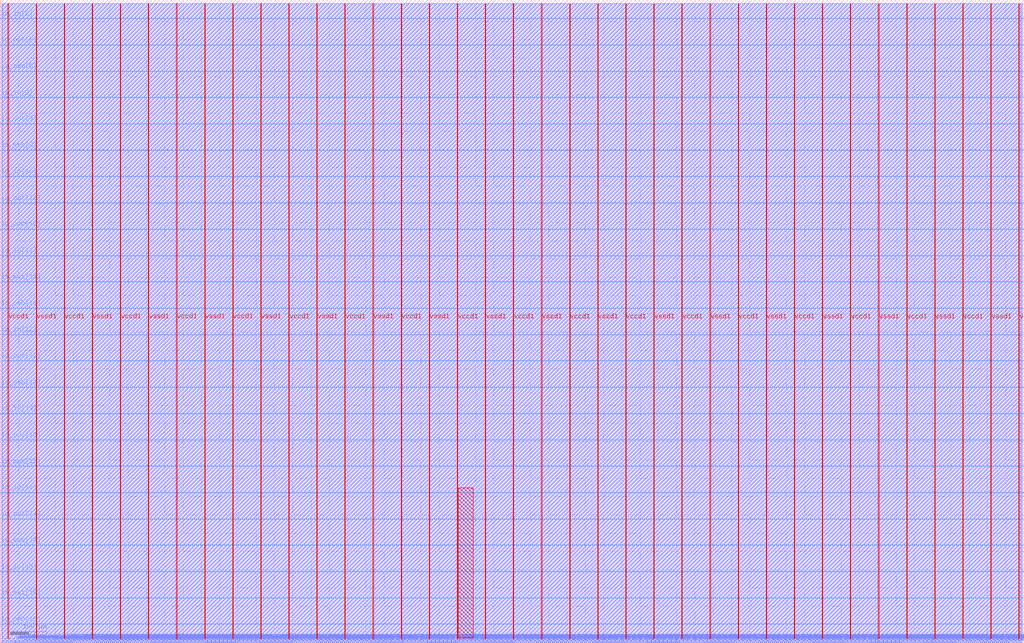
<source format=lef>
VERSION 5.7 ;
  NOWIREEXTENSIONATPIN ON ;
  DIVIDERCHAR "/" ;
  BUSBITCHARS "[]" ;
MACRO user_proj_example
  CLASS BLOCK ;
  FOREIGN user_proj_example ;
  ORIGIN 0.000 0.000 ;
  SIZE 2800.000 BY 1760.000 ;
  PIN io_in[0]
    DIRECTION INPUT ;
    USE SIGNAL ;
    PORT
      LAYER met3 ;
        RECT 2796.000 50.360 2800.000 50.960 ;
    END
  END io_in[0]
  PIN io_in[10]
    DIRECTION INPUT ;
    USE SIGNAL ;
    PORT
      LAYER met3 ;
        RECT 0.000 1275.720 4.000 1276.320 ;
    END
  END io_in[10]
  PIN io_in[11]
    DIRECTION INPUT ;
    USE SIGNAL ;
    PORT
      LAYER met3 ;
        RECT 0.000 1059.480 4.000 1060.080 ;
    END
  END io_in[11]
  PIN io_in[12]
    DIRECTION INPUT ;
    USE SIGNAL ;
    PORT
      LAYER met3 ;
        RECT 0.000 843.240 4.000 843.840 ;
    END
  END io_in[12]
  PIN io_in[13]
    DIRECTION INPUT ;
    USE SIGNAL ;
    PORT
      LAYER met3 ;
        RECT 0.000 627.000 4.000 627.600 ;
    END
  END io_in[13]
  PIN io_in[14]
    DIRECTION INPUT ;
    USE SIGNAL ;
    PORT
      LAYER met3 ;
        RECT 0.000 410.760 4.000 411.360 ;
    END
  END io_in[14]
  PIN io_in[15]
    DIRECTION INPUT ;
    USE SIGNAL ;
    PORT
      LAYER met3 ;
        RECT 0.000 194.520 4.000 195.120 ;
    END
  END io_in[15]
  PIN io_in[1]
    DIRECTION INPUT ;
    USE SIGNAL ;
    PORT
      LAYER met3 ;
        RECT 2796.000 266.600 2800.000 267.200 ;
    END
  END io_in[1]
  PIN io_in[2]
    DIRECTION INPUT ;
    USE SIGNAL ;
    PORT
      LAYER met3 ;
        RECT 2796.000 482.840 2800.000 483.440 ;
    END
  END io_in[2]
  PIN io_in[3]
    DIRECTION INPUT ;
    USE SIGNAL ;
    PORT
      LAYER met3 ;
        RECT 2796.000 699.080 2800.000 699.680 ;
    END
  END io_in[3]
  PIN io_in[4]
    DIRECTION INPUT ;
    USE SIGNAL ;
    PORT
      LAYER met3 ;
        RECT 2796.000 915.320 2800.000 915.920 ;
    END
  END io_in[4]
  PIN io_in[5]
    DIRECTION INPUT ;
    USE SIGNAL ;
    PORT
      LAYER met3 ;
        RECT 2796.000 1131.560 2800.000 1132.160 ;
    END
  END io_in[5]
  PIN io_in[6]
    DIRECTION INPUT ;
    USE SIGNAL ;
    PORT
      LAYER met3 ;
        RECT 2796.000 1347.800 2800.000 1348.400 ;
    END
  END io_in[6]
  PIN io_in[7]
    DIRECTION INPUT ;
    USE SIGNAL ;
    PORT
      LAYER met3 ;
        RECT 2796.000 1564.040 2800.000 1564.640 ;
    END
  END io_in[7]
  PIN io_in[8]
    DIRECTION INPUT ;
    USE SIGNAL ;
    PORT
      LAYER met3 ;
        RECT 0.000 1708.200 4.000 1708.800 ;
    END
  END io_in[8]
  PIN io_in[9]
    DIRECTION INPUT ;
    USE SIGNAL ;
    PORT
      LAYER met3 ;
        RECT 0.000 1491.960 4.000 1492.560 ;
    END
  END io_in[9]
  PIN io_oeb[0]
    DIRECTION OUTPUT TRISTATE ;
    USE SIGNAL ;
    ANTENNADIFFAREA 2.673000 ;
    PORT
      LAYER met3 ;
        RECT 2796.000 194.520 2800.000 195.120 ;
    END
  END io_oeb[0]
  PIN io_oeb[10]
    DIRECTION OUTPUT TRISTATE ;
    USE SIGNAL ;
    ANTENNADIFFAREA 2.673000 ;
    PORT
      LAYER met3 ;
        RECT 0.000 1131.560 4.000 1132.160 ;
    END
  END io_oeb[10]
  PIN io_oeb[11]
    DIRECTION OUTPUT TRISTATE ;
    USE SIGNAL ;
    ANTENNADIFFAREA 2.673000 ;
    PORT
      LAYER met3 ;
        RECT 0.000 915.320 4.000 915.920 ;
    END
  END io_oeb[11]
  PIN io_oeb[12]
    DIRECTION OUTPUT TRISTATE ;
    USE SIGNAL ;
    ANTENNADIFFAREA 2.673000 ;
    PORT
      LAYER met3 ;
        RECT 0.000 699.080 4.000 699.680 ;
    END
  END io_oeb[12]
  PIN io_oeb[13]
    DIRECTION OUTPUT TRISTATE ;
    USE SIGNAL ;
    ANTENNADIFFAREA 2.673000 ;
    PORT
      LAYER met3 ;
        RECT 0.000 482.840 4.000 483.440 ;
    END
  END io_oeb[13]
  PIN io_oeb[14]
    DIRECTION OUTPUT TRISTATE ;
    USE SIGNAL ;
    ANTENNADIFFAREA 2.673000 ;
    PORT
      LAYER met3 ;
        RECT 0.000 266.600 4.000 267.200 ;
    END
  END io_oeb[14]
  PIN io_oeb[15]
    DIRECTION OUTPUT TRISTATE ;
    USE SIGNAL ;
    ANTENNADIFFAREA 2.673000 ;
    PORT
      LAYER met3 ;
        RECT 0.000 50.360 4.000 50.960 ;
    END
  END io_oeb[15]
  PIN io_oeb[1]
    DIRECTION OUTPUT TRISTATE ;
    USE SIGNAL ;
    ANTENNADIFFAREA 2.673000 ;
    PORT
      LAYER met3 ;
        RECT 2796.000 410.760 2800.000 411.360 ;
    END
  END io_oeb[1]
  PIN io_oeb[2]
    DIRECTION OUTPUT TRISTATE ;
    USE SIGNAL ;
    ANTENNADIFFAREA 2.673000 ;
    PORT
      LAYER met3 ;
        RECT 2796.000 627.000 2800.000 627.600 ;
    END
  END io_oeb[2]
  PIN io_oeb[3]
    DIRECTION OUTPUT TRISTATE ;
    USE SIGNAL ;
    ANTENNADIFFAREA 2.673000 ;
    PORT
      LAYER met3 ;
        RECT 2796.000 843.240 2800.000 843.840 ;
    END
  END io_oeb[3]
  PIN io_oeb[4]
    DIRECTION OUTPUT TRISTATE ;
    USE SIGNAL ;
    ANTENNADIFFAREA 2.673000 ;
    PORT
      LAYER met3 ;
        RECT 2796.000 1059.480 2800.000 1060.080 ;
    END
  END io_oeb[4]
  PIN io_oeb[5]
    DIRECTION OUTPUT TRISTATE ;
    USE SIGNAL ;
    ANTENNADIFFAREA 2.673000 ;
    PORT
      LAYER met3 ;
        RECT 2796.000 1275.720 2800.000 1276.320 ;
    END
  END io_oeb[5]
  PIN io_oeb[6]
    DIRECTION OUTPUT TRISTATE ;
    USE SIGNAL ;
    ANTENNADIFFAREA 2.673000 ;
    PORT
      LAYER met3 ;
        RECT 2796.000 1491.960 2800.000 1492.560 ;
    END
  END io_oeb[6]
  PIN io_oeb[7]
    DIRECTION OUTPUT TRISTATE ;
    USE SIGNAL ;
    ANTENNADIFFAREA 2.673000 ;
    PORT
      LAYER met3 ;
        RECT 2796.000 1708.200 2800.000 1708.800 ;
    END
  END io_oeb[7]
  PIN io_oeb[8]
    DIRECTION OUTPUT TRISTATE ;
    USE SIGNAL ;
    ANTENNADIFFAREA 2.673000 ;
    PORT
      LAYER met3 ;
        RECT 0.000 1564.040 4.000 1564.640 ;
    END
  END io_oeb[8]
  PIN io_oeb[9]
    DIRECTION OUTPUT TRISTATE ;
    USE SIGNAL ;
    ANTENNADIFFAREA 2.673000 ;
    PORT
      LAYER met3 ;
        RECT 0.000 1347.800 4.000 1348.400 ;
    END
  END io_oeb[9]
  PIN io_out[0]
    DIRECTION OUTPUT TRISTATE ;
    USE SIGNAL ;
    ANTENNADIFFAREA 2.673000 ;
    PORT
      LAYER met3 ;
        RECT 2796.000 122.440 2800.000 123.040 ;
    END
  END io_out[0]
  PIN io_out[10]
    DIRECTION OUTPUT TRISTATE ;
    USE SIGNAL ;
    ANTENNADIFFAREA 2.673000 ;
    PORT
      LAYER met3 ;
        RECT 0.000 1203.640 4.000 1204.240 ;
    END
  END io_out[10]
  PIN io_out[11]
    DIRECTION OUTPUT TRISTATE ;
    USE SIGNAL ;
    ANTENNADIFFAREA 2.673000 ;
    PORT
      LAYER met3 ;
        RECT 0.000 987.400 4.000 988.000 ;
    END
  END io_out[11]
  PIN io_out[12]
    DIRECTION OUTPUT TRISTATE ;
    USE SIGNAL ;
    ANTENNADIFFAREA 2.673000 ;
    PORT
      LAYER met3 ;
        RECT 0.000 771.160 4.000 771.760 ;
    END
  END io_out[12]
  PIN io_out[13]
    DIRECTION OUTPUT TRISTATE ;
    USE SIGNAL ;
    ANTENNADIFFAREA 2.673000 ;
    PORT
      LAYER met3 ;
        RECT 0.000 554.920 4.000 555.520 ;
    END
  END io_out[13]
  PIN io_out[14]
    DIRECTION OUTPUT TRISTATE ;
    USE SIGNAL ;
    ANTENNADIFFAREA 2.673000 ;
    PORT
      LAYER met3 ;
        RECT 0.000 338.680 4.000 339.280 ;
    END
  END io_out[14]
  PIN io_out[15]
    DIRECTION OUTPUT TRISTATE ;
    USE SIGNAL ;
    ANTENNADIFFAREA 2.673000 ;
    PORT
      LAYER met3 ;
        RECT 0.000 122.440 4.000 123.040 ;
    END
  END io_out[15]
  PIN io_out[1]
    DIRECTION OUTPUT TRISTATE ;
    USE SIGNAL ;
    ANTENNADIFFAREA 2.673000 ;
    PORT
      LAYER met3 ;
        RECT 2796.000 338.680 2800.000 339.280 ;
    END
  END io_out[1]
  PIN io_out[2]
    DIRECTION OUTPUT TRISTATE ;
    USE SIGNAL ;
    ANTENNADIFFAREA 2.673000 ;
    PORT
      LAYER met3 ;
        RECT 2796.000 554.920 2800.000 555.520 ;
    END
  END io_out[2]
  PIN io_out[3]
    DIRECTION OUTPUT TRISTATE ;
    USE SIGNAL ;
    ANTENNADIFFAREA 2.673000 ;
    PORT
      LAYER met3 ;
        RECT 2796.000 771.160 2800.000 771.760 ;
    END
  END io_out[3]
  PIN io_out[4]
    DIRECTION OUTPUT TRISTATE ;
    USE SIGNAL ;
    ANTENNADIFFAREA 2.673000 ;
    PORT
      LAYER met3 ;
        RECT 2796.000 987.400 2800.000 988.000 ;
    END
  END io_out[4]
  PIN io_out[5]
    DIRECTION OUTPUT TRISTATE ;
    USE SIGNAL ;
    ANTENNADIFFAREA 2.673000 ;
    PORT
      LAYER met3 ;
        RECT 2796.000 1203.640 2800.000 1204.240 ;
    END
  END io_out[5]
  PIN io_out[6]
    DIRECTION OUTPUT TRISTATE ;
    USE SIGNAL ;
    ANTENNADIFFAREA 2.673000 ;
    PORT
      LAYER met3 ;
        RECT 2796.000 1419.880 2800.000 1420.480 ;
    END
  END io_out[6]
  PIN io_out[7]
    DIRECTION OUTPUT TRISTATE ;
    USE SIGNAL ;
    ANTENNADIFFAREA 2.673000 ;
    PORT
      LAYER met3 ;
        RECT 2796.000 1636.120 2800.000 1636.720 ;
    END
  END io_out[7]
  PIN io_out[8]
    DIRECTION OUTPUT TRISTATE ;
    USE SIGNAL ;
    ANTENNADIFFAREA 2.673000 ;
    PORT
      LAYER met3 ;
        RECT 0.000 1636.120 4.000 1636.720 ;
    END
  END io_out[8]
  PIN io_out[9]
    DIRECTION OUTPUT TRISTATE ;
    USE SIGNAL ;
    ANTENNADIFFAREA 2.673000 ;
    PORT
      LAYER met3 ;
        RECT 0.000 1419.880 4.000 1420.480 ;
    END
  END io_out[9]
  PIN irq[0]
    DIRECTION OUTPUT TRISTATE ;
    USE SIGNAL ;
    ANTENNADIFFAREA 0.445500 ;
    PORT
      LAYER met2 ;
        RECT 2746.750 0.000 2747.030 4.000 ;
    END
  END irq[0]
  PIN irq[1]
    DIRECTION OUTPUT TRISTATE ;
    USE SIGNAL ;
    ANTENNADIFFAREA 0.445500 ;
    PORT
      LAYER met2 ;
        RECT 2752.270 0.000 2752.550 4.000 ;
    END
  END irq[1]
  PIN irq[2]
    DIRECTION OUTPUT TRISTATE ;
    USE SIGNAL ;
    ANTENNADIFFAREA 0.445500 ;
    PORT
      LAYER met2 ;
        RECT 2757.790 0.000 2758.070 4.000 ;
    END
  END irq[2]
  PIN la_data_in[0]
    DIRECTION INPUT ;
    USE SIGNAL ;
    PORT
      LAYER met2 ;
        RECT 627.070 0.000 627.350 4.000 ;
    END
  END la_data_in[0]
  PIN la_data_in[100]
    DIRECTION INPUT ;
    USE SIGNAL ;
    PORT
      LAYER met2 ;
        RECT 2283.070 0.000 2283.350 4.000 ;
    END
  END la_data_in[100]
  PIN la_data_in[101]
    DIRECTION INPUT ;
    USE SIGNAL ;
    PORT
      LAYER met2 ;
        RECT 2299.630 0.000 2299.910 4.000 ;
    END
  END la_data_in[101]
  PIN la_data_in[102]
    DIRECTION INPUT ;
    USE SIGNAL ;
    PORT
      LAYER met2 ;
        RECT 2316.190 0.000 2316.470 4.000 ;
    END
  END la_data_in[102]
  PIN la_data_in[103]
    DIRECTION INPUT ;
    USE SIGNAL ;
    PORT
      LAYER met2 ;
        RECT 2332.750 0.000 2333.030 4.000 ;
    END
  END la_data_in[103]
  PIN la_data_in[104]
    DIRECTION INPUT ;
    USE SIGNAL ;
    PORT
      LAYER met2 ;
        RECT 2349.310 0.000 2349.590 4.000 ;
    END
  END la_data_in[104]
  PIN la_data_in[105]
    DIRECTION INPUT ;
    USE SIGNAL ;
    PORT
      LAYER met2 ;
        RECT 2365.870 0.000 2366.150 4.000 ;
    END
  END la_data_in[105]
  PIN la_data_in[106]
    DIRECTION INPUT ;
    USE SIGNAL ;
    PORT
      LAYER met2 ;
        RECT 2382.430 0.000 2382.710 4.000 ;
    END
  END la_data_in[106]
  PIN la_data_in[107]
    DIRECTION INPUT ;
    USE SIGNAL ;
    PORT
      LAYER met2 ;
        RECT 2398.990 0.000 2399.270 4.000 ;
    END
  END la_data_in[107]
  PIN la_data_in[108]
    DIRECTION INPUT ;
    USE SIGNAL ;
    PORT
      LAYER met2 ;
        RECT 2415.550 0.000 2415.830 4.000 ;
    END
  END la_data_in[108]
  PIN la_data_in[109]
    DIRECTION INPUT ;
    USE SIGNAL ;
    PORT
      LAYER met2 ;
        RECT 2432.110 0.000 2432.390 4.000 ;
    END
  END la_data_in[109]
  PIN la_data_in[10]
    DIRECTION INPUT ;
    USE SIGNAL ;
    PORT
      LAYER met2 ;
        RECT 792.670 0.000 792.950 4.000 ;
    END
  END la_data_in[10]
  PIN la_data_in[110]
    DIRECTION INPUT ;
    USE SIGNAL ;
    PORT
      LAYER met2 ;
        RECT 2448.670 0.000 2448.950 4.000 ;
    END
  END la_data_in[110]
  PIN la_data_in[111]
    DIRECTION INPUT ;
    USE SIGNAL ;
    PORT
      LAYER met2 ;
        RECT 2465.230 0.000 2465.510 4.000 ;
    END
  END la_data_in[111]
  PIN la_data_in[112]
    DIRECTION INPUT ;
    USE SIGNAL ;
    PORT
      LAYER met2 ;
        RECT 2481.790 0.000 2482.070 4.000 ;
    END
  END la_data_in[112]
  PIN la_data_in[113]
    DIRECTION INPUT ;
    USE SIGNAL ;
    PORT
      LAYER met2 ;
        RECT 2498.350 0.000 2498.630 4.000 ;
    END
  END la_data_in[113]
  PIN la_data_in[114]
    DIRECTION INPUT ;
    USE SIGNAL ;
    PORT
      LAYER met2 ;
        RECT 2514.910 0.000 2515.190 4.000 ;
    END
  END la_data_in[114]
  PIN la_data_in[115]
    DIRECTION INPUT ;
    USE SIGNAL ;
    PORT
      LAYER met2 ;
        RECT 2531.470 0.000 2531.750 4.000 ;
    END
  END la_data_in[115]
  PIN la_data_in[116]
    DIRECTION INPUT ;
    USE SIGNAL ;
    PORT
      LAYER met2 ;
        RECT 2548.030 0.000 2548.310 4.000 ;
    END
  END la_data_in[116]
  PIN la_data_in[117]
    DIRECTION INPUT ;
    USE SIGNAL ;
    PORT
      LAYER met2 ;
        RECT 2564.590 0.000 2564.870 4.000 ;
    END
  END la_data_in[117]
  PIN la_data_in[118]
    DIRECTION INPUT ;
    USE SIGNAL ;
    PORT
      LAYER met2 ;
        RECT 2581.150 0.000 2581.430 4.000 ;
    END
  END la_data_in[118]
  PIN la_data_in[119]
    DIRECTION INPUT ;
    USE SIGNAL ;
    PORT
      LAYER met2 ;
        RECT 2597.710 0.000 2597.990 4.000 ;
    END
  END la_data_in[119]
  PIN la_data_in[11]
    DIRECTION INPUT ;
    USE SIGNAL ;
    PORT
      LAYER met2 ;
        RECT 809.230 0.000 809.510 4.000 ;
    END
  END la_data_in[11]
  PIN la_data_in[120]
    DIRECTION INPUT ;
    USE SIGNAL ;
    PORT
      LAYER met2 ;
        RECT 2614.270 0.000 2614.550 4.000 ;
    END
  END la_data_in[120]
  PIN la_data_in[121]
    DIRECTION INPUT ;
    USE SIGNAL ;
    PORT
      LAYER met2 ;
        RECT 2630.830 0.000 2631.110 4.000 ;
    END
  END la_data_in[121]
  PIN la_data_in[122]
    DIRECTION INPUT ;
    USE SIGNAL ;
    PORT
      LAYER met2 ;
        RECT 2647.390 0.000 2647.670 4.000 ;
    END
  END la_data_in[122]
  PIN la_data_in[123]
    DIRECTION INPUT ;
    USE SIGNAL ;
    PORT
      LAYER met2 ;
        RECT 2663.950 0.000 2664.230 4.000 ;
    END
  END la_data_in[123]
  PIN la_data_in[124]
    DIRECTION INPUT ;
    USE SIGNAL ;
    PORT
      LAYER met2 ;
        RECT 2680.510 0.000 2680.790 4.000 ;
    END
  END la_data_in[124]
  PIN la_data_in[125]
    DIRECTION INPUT ;
    USE SIGNAL ;
    PORT
      LAYER met2 ;
        RECT 2697.070 0.000 2697.350 4.000 ;
    END
  END la_data_in[125]
  PIN la_data_in[126]
    DIRECTION INPUT ;
    USE SIGNAL ;
    PORT
      LAYER met2 ;
        RECT 2713.630 0.000 2713.910 4.000 ;
    END
  END la_data_in[126]
  PIN la_data_in[127]
    DIRECTION INPUT ;
    USE SIGNAL ;
    PORT
      LAYER met2 ;
        RECT 2730.190 0.000 2730.470 4.000 ;
    END
  END la_data_in[127]
  PIN la_data_in[12]
    DIRECTION INPUT ;
    USE SIGNAL ;
    PORT
      LAYER met2 ;
        RECT 825.790 0.000 826.070 4.000 ;
    END
  END la_data_in[12]
  PIN la_data_in[13]
    DIRECTION INPUT ;
    USE SIGNAL ;
    PORT
      LAYER met2 ;
        RECT 842.350 0.000 842.630 4.000 ;
    END
  END la_data_in[13]
  PIN la_data_in[14]
    DIRECTION INPUT ;
    USE SIGNAL ;
    PORT
      LAYER met2 ;
        RECT 858.910 0.000 859.190 4.000 ;
    END
  END la_data_in[14]
  PIN la_data_in[15]
    DIRECTION INPUT ;
    USE SIGNAL ;
    PORT
      LAYER met2 ;
        RECT 875.470 0.000 875.750 4.000 ;
    END
  END la_data_in[15]
  PIN la_data_in[16]
    DIRECTION INPUT ;
    USE SIGNAL ;
    PORT
      LAYER met2 ;
        RECT 892.030 0.000 892.310 4.000 ;
    END
  END la_data_in[16]
  PIN la_data_in[17]
    DIRECTION INPUT ;
    USE SIGNAL ;
    PORT
      LAYER met2 ;
        RECT 908.590 0.000 908.870 4.000 ;
    END
  END la_data_in[17]
  PIN la_data_in[18]
    DIRECTION INPUT ;
    USE SIGNAL ;
    PORT
      LAYER met2 ;
        RECT 925.150 0.000 925.430 4.000 ;
    END
  END la_data_in[18]
  PIN la_data_in[19]
    DIRECTION INPUT ;
    USE SIGNAL ;
    PORT
      LAYER met2 ;
        RECT 941.710 0.000 941.990 4.000 ;
    END
  END la_data_in[19]
  PIN la_data_in[1]
    DIRECTION INPUT ;
    USE SIGNAL ;
    PORT
      LAYER met2 ;
        RECT 643.630 0.000 643.910 4.000 ;
    END
  END la_data_in[1]
  PIN la_data_in[20]
    DIRECTION INPUT ;
    USE SIGNAL ;
    PORT
      LAYER met2 ;
        RECT 958.270 0.000 958.550 4.000 ;
    END
  END la_data_in[20]
  PIN la_data_in[21]
    DIRECTION INPUT ;
    USE SIGNAL ;
    PORT
      LAYER met2 ;
        RECT 974.830 0.000 975.110 4.000 ;
    END
  END la_data_in[21]
  PIN la_data_in[22]
    DIRECTION INPUT ;
    USE SIGNAL ;
    PORT
      LAYER met2 ;
        RECT 991.390 0.000 991.670 4.000 ;
    END
  END la_data_in[22]
  PIN la_data_in[23]
    DIRECTION INPUT ;
    USE SIGNAL ;
    PORT
      LAYER met2 ;
        RECT 1007.950 0.000 1008.230 4.000 ;
    END
  END la_data_in[23]
  PIN la_data_in[24]
    DIRECTION INPUT ;
    USE SIGNAL ;
    PORT
      LAYER met2 ;
        RECT 1024.510 0.000 1024.790 4.000 ;
    END
  END la_data_in[24]
  PIN la_data_in[25]
    DIRECTION INPUT ;
    USE SIGNAL ;
    PORT
      LAYER met2 ;
        RECT 1041.070 0.000 1041.350 4.000 ;
    END
  END la_data_in[25]
  PIN la_data_in[26]
    DIRECTION INPUT ;
    USE SIGNAL ;
    PORT
      LAYER met2 ;
        RECT 1057.630 0.000 1057.910 4.000 ;
    END
  END la_data_in[26]
  PIN la_data_in[27]
    DIRECTION INPUT ;
    USE SIGNAL ;
    PORT
      LAYER met2 ;
        RECT 1074.190 0.000 1074.470 4.000 ;
    END
  END la_data_in[27]
  PIN la_data_in[28]
    DIRECTION INPUT ;
    USE SIGNAL ;
    PORT
      LAYER met2 ;
        RECT 1090.750 0.000 1091.030 4.000 ;
    END
  END la_data_in[28]
  PIN la_data_in[29]
    DIRECTION INPUT ;
    USE SIGNAL ;
    PORT
      LAYER met2 ;
        RECT 1107.310 0.000 1107.590 4.000 ;
    END
  END la_data_in[29]
  PIN la_data_in[2]
    DIRECTION INPUT ;
    USE SIGNAL ;
    PORT
      LAYER met2 ;
        RECT 660.190 0.000 660.470 4.000 ;
    END
  END la_data_in[2]
  PIN la_data_in[30]
    DIRECTION INPUT ;
    USE SIGNAL ;
    PORT
      LAYER met2 ;
        RECT 1123.870 0.000 1124.150 4.000 ;
    END
  END la_data_in[30]
  PIN la_data_in[31]
    DIRECTION INPUT ;
    USE SIGNAL ;
    PORT
      LAYER met2 ;
        RECT 1140.430 0.000 1140.710 4.000 ;
    END
  END la_data_in[31]
  PIN la_data_in[32]
    DIRECTION INPUT ;
    USE SIGNAL ;
    PORT
      LAYER met2 ;
        RECT 1156.990 0.000 1157.270 4.000 ;
    END
  END la_data_in[32]
  PIN la_data_in[33]
    DIRECTION INPUT ;
    USE SIGNAL ;
    PORT
      LAYER met2 ;
        RECT 1173.550 0.000 1173.830 4.000 ;
    END
  END la_data_in[33]
  PIN la_data_in[34]
    DIRECTION INPUT ;
    USE SIGNAL ;
    PORT
      LAYER met2 ;
        RECT 1190.110 0.000 1190.390 4.000 ;
    END
  END la_data_in[34]
  PIN la_data_in[35]
    DIRECTION INPUT ;
    USE SIGNAL ;
    PORT
      LAYER met2 ;
        RECT 1206.670 0.000 1206.950 4.000 ;
    END
  END la_data_in[35]
  PIN la_data_in[36]
    DIRECTION INPUT ;
    USE SIGNAL ;
    PORT
      LAYER met2 ;
        RECT 1223.230 0.000 1223.510 4.000 ;
    END
  END la_data_in[36]
  PIN la_data_in[37]
    DIRECTION INPUT ;
    USE SIGNAL ;
    PORT
      LAYER met2 ;
        RECT 1239.790 0.000 1240.070 4.000 ;
    END
  END la_data_in[37]
  PIN la_data_in[38]
    DIRECTION INPUT ;
    USE SIGNAL ;
    PORT
      LAYER met2 ;
        RECT 1256.350 0.000 1256.630 4.000 ;
    END
  END la_data_in[38]
  PIN la_data_in[39]
    DIRECTION INPUT ;
    USE SIGNAL ;
    PORT
      LAYER met2 ;
        RECT 1272.910 0.000 1273.190 4.000 ;
    END
  END la_data_in[39]
  PIN la_data_in[3]
    DIRECTION INPUT ;
    USE SIGNAL ;
    PORT
      LAYER met2 ;
        RECT 676.750 0.000 677.030 4.000 ;
    END
  END la_data_in[3]
  PIN la_data_in[40]
    DIRECTION INPUT ;
    USE SIGNAL ;
    PORT
      LAYER met2 ;
        RECT 1289.470 0.000 1289.750 4.000 ;
    END
  END la_data_in[40]
  PIN la_data_in[41]
    DIRECTION INPUT ;
    USE SIGNAL ;
    PORT
      LAYER met2 ;
        RECT 1306.030 0.000 1306.310 4.000 ;
    END
  END la_data_in[41]
  PIN la_data_in[42]
    DIRECTION INPUT ;
    USE SIGNAL ;
    PORT
      LAYER met2 ;
        RECT 1322.590 0.000 1322.870 4.000 ;
    END
  END la_data_in[42]
  PIN la_data_in[43]
    DIRECTION INPUT ;
    USE SIGNAL ;
    PORT
      LAYER met2 ;
        RECT 1339.150 0.000 1339.430 4.000 ;
    END
  END la_data_in[43]
  PIN la_data_in[44]
    DIRECTION INPUT ;
    USE SIGNAL ;
    PORT
      LAYER met2 ;
        RECT 1355.710 0.000 1355.990 4.000 ;
    END
  END la_data_in[44]
  PIN la_data_in[45]
    DIRECTION INPUT ;
    USE SIGNAL ;
    PORT
      LAYER met2 ;
        RECT 1372.270 0.000 1372.550 4.000 ;
    END
  END la_data_in[45]
  PIN la_data_in[46]
    DIRECTION INPUT ;
    USE SIGNAL ;
    PORT
      LAYER met2 ;
        RECT 1388.830 0.000 1389.110 4.000 ;
    END
  END la_data_in[46]
  PIN la_data_in[47]
    DIRECTION INPUT ;
    USE SIGNAL ;
    PORT
      LAYER met2 ;
        RECT 1405.390 0.000 1405.670 4.000 ;
    END
  END la_data_in[47]
  PIN la_data_in[48]
    DIRECTION INPUT ;
    USE SIGNAL ;
    ANTENNAGATEAREA 0.126000 ;
    PORT
      LAYER met2 ;
        RECT 1421.950 0.000 1422.230 4.000 ;
    END
  END la_data_in[48]
  PIN la_data_in[49]
    DIRECTION INPUT ;
    USE SIGNAL ;
    ANTENNAGATEAREA 0.126000 ;
    PORT
      LAYER met2 ;
        RECT 1438.510 0.000 1438.790 4.000 ;
    END
  END la_data_in[49]
  PIN la_data_in[4]
    DIRECTION INPUT ;
    USE SIGNAL ;
    PORT
      LAYER met2 ;
        RECT 693.310 0.000 693.590 4.000 ;
    END
  END la_data_in[4]
  PIN la_data_in[50]
    DIRECTION INPUT ;
    USE SIGNAL ;
    ANTENNAGATEAREA 0.126000 ;
    PORT
      LAYER met2 ;
        RECT 1455.070 0.000 1455.350 4.000 ;
    END
  END la_data_in[50]
  PIN la_data_in[51]
    DIRECTION INPUT ;
    USE SIGNAL ;
    ANTENNAGATEAREA 0.126000 ;
    PORT
      LAYER met2 ;
        RECT 1471.630 0.000 1471.910 4.000 ;
    END
  END la_data_in[51]
  PIN la_data_in[52]
    DIRECTION INPUT ;
    USE SIGNAL ;
    ANTENNAGATEAREA 0.126000 ;
    PORT
      LAYER met2 ;
        RECT 1488.190 0.000 1488.470 4.000 ;
    END
  END la_data_in[52]
  PIN la_data_in[53]
    DIRECTION INPUT ;
    USE SIGNAL ;
    ANTENNAGATEAREA 0.126000 ;
    PORT
      LAYER met2 ;
        RECT 1504.750 0.000 1505.030 4.000 ;
    END
  END la_data_in[53]
  PIN la_data_in[54]
    DIRECTION INPUT ;
    USE SIGNAL ;
    ANTENNAGATEAREA 0.126000 ;
    PORT
      LAYER met2 ;
        RECT 1521.310 0.000 1521.590 4.000 ;
    END
  END la_data_in[54]
  PIN la_data_in[55]
    DIRECTION INPUT ;
    USE SIGNAL ;
    ANTENNAGATEAREA 0.126000 ;
    PORT
      LAYER met2 ;
        RECT 1537.870 0.000 1538.150 4.000 ;
    END
  END la_data_in[55]
  PIN la_data_in[56]
    DIRECTION INPUT ;
    USE SIGNAL ;
    ANTENNAGATEAREA 0.126000 ;
    PORT
      LAYER met2 ;
        RECT 1554.430 0.000 1554.710 4.000 ;
    END
  END la_data_in[56]
  PIN la_data_in[57]
    DIRECTION INPUT ;
    USE SIGNAL ;
    ANTENNAGATEAREA 0.126000 ;
    PORT
      LAYER met2 ;
        RECT 1570.990 0.000 1571.270 4.000 ;
    END
  END la_data_in[57]
  PIN la_data_in[58]
    DIRECTION INPUT ;
    USE SIGNAL ;
    ANTENNAGATEAREA 0.126000 ;
    PORT
      LAYER met2 ;
        RECT 1587.550 0.000 1587.830 4.000 ;
    END
  END la_data_in[58]
  PIN la_data_in[59]
    DIRECTION INPUT ;
    USE SIGNAL ;
    ANTENNAGATEAREA 0.126000 ;
    PORT
      LAYER met2 ;
        RECT 1604.110 0.000 1604.390 4.000 ;
    END
  END la_data_in[59]
  PIN la_data_in[5]
    DIRECTION INPUT ;
    USE SIGNAL ;
    PORT
      LAYER met2 ;
        RECT 709.870 0.000 710.150 4.000 ;
    END
  END la_data_in[5]
  PIN la_data_in[60]
    DIRECTION INPUT ;
    USE SIGNAL ;
    ANTENNAGATEAREA 0.126000 ;
    PORT
      LAYER met2 ;
        RECT 1620.670 0.000 1620.950 4.000 ;
    END
  END la_data_in[60]
  PIN la_data_in[61]
    DIRECTION INPUT ;
    USE SIGNAL ;
    ANTENNAGATEAREA 0.126000 ;
    PORT
      LAYER met2 ;
        RECT 1637.230 0.000 1637.510 4.000 ;
    END
  END la_data_in[61]
  PIN la_data_in[62]
    DIRECTION INPUT ;
    USE SIGNAL ;
    ANTENNAGATEAREA 0.126000 ;
    PORT
      LAYER met2 ;
        RECT 1653.790 0.000 1654.070 4.000 ;
    END
  END la_data_in[62]
  PIN la_data_in[63]
    DIRECTION INPUT ;
    USE SIGNAL ;
    ANTENNAGATEAREA 0.126000 ;
    PORT
      LAYER met2 ;
        RECT 1670.350 0.000 1670.630 4.000 ;
    END
  END la_data_in[63]
  PIN la_data_in[64]
    DIRECTION INPUT ;
    USE SIGNAL ;
    ANTENNAGATEAREA 0.213000 ;
    PORT
      LAYER met2 ;
        RECT 1686.910 0.000 1687.190 4.000 ;
    END
  END la_data_in[64]
  PIN la_data_in[65]
    DIRECTION INPUT ;
    USE SIGNAL ;
    ANTENNAGATEAREA 0.126000 ;
    PORT
      LAYER met2 ;
        RECT 1703.470 0.000 1703.750 4.000 ;
    END
  END la_data_in[65]
  PIN la_data_in[66]
    DIRECTION INPUT ;
    USE SIGNAL ;
    PORT
      LAYER met2 ;
        RECT 1720.030 0.000 1720.310 4.000 ;
    END
  END la_data_in[66]
  PIN la_data_in[67]
    DIRECTION INPUT ;
    USE SIGNAL ;
    PORT
      LAYER met2 ;
        RECT 1736.590 0.000 1736.870 4.000 ;
    END
  END la_data_in[67]
  PIN la_data_in[68]
    DIRECTION INPUT ;
    USE SIGNAL ;
    PORT
      LAYER met2 ;
        RECT 1753.150 0.000 1753.430 4.000 ;
    END
  END la_data_in[68]
  PIN la_data_in[69]
    DIRECTION INPUT ;
    USE SIGNAL ;
    PORT
      LAYER met2 ;
        RECT 1769.710 0.000 1769.990 4.000 ;
    END
  END la_data_in[69]
  PIN la_data_in[6]
    DIRECTION INPUT ;
    USE SIGNAL ;
    PORT
      LAYER met2 ;
        RECT 726.430 0.000 726.710 4.000 ;
    END
  END la_data_in[6]
  PIN la_data_in[70]
    DIRECTION INPUT ;
    USE SIGNAL ;
    PORT
      LAYER met2 ;
        RECT 1786.270 0.000 1786.550 4.000 ;
    END
  END la_data_in[70]
  PIN la_data_in[71]
    DIRECTION INPUT ;
    USE SIGNAL ;
    PORT
      LAYER met2 ;
        RECT 1802.830 0.000 1803.110 4.000 ;
    END
  END la_data_in[71]
  PIN la_data_in[72]
    DIRECTION INPUT ;
    USE SIGNAL ;
    PORT
      LAYER met2 ;
        RECT 1819.390 0.000 1819.670 4.000 ;
    END
  END la_data_in[72]
  PIN la_data_in[73]
    DIRECTION INPUT ;
    USE SIGNAL ;
    PORT
      LAYER met2 ;
        RECT 1835.950 0.000 1836.230 4.000 ;
    END
  END la_data_in[73]
  PIN la_data_in[74]
    DIRECTION INPUT ;
    USE SIGNAL ;
    PORT
      LAYER met2 ;
        RECT 1852.510 0.000 1852.790 4.000 ;
    END
  END la_data_in[74]
  PIN la_data_in[75]
    DIRECTION INPUT ;
    USE SIGNAL ;
    PORT
      LAYER met2 ;
        RECT 1869.070 0.000 1869.350 4.000 ;
    END
  END la_data_in[75]
  PIN la_data_in[76]
    DIRECTION INPUT ;
    USE SIGNAL ;
    PORT
      LAYER met2 ;
        RECT 1885.630 0.000 1885.910 4.000 ;
    END
  END la_data_in[76]
  PIN la_data_in[77]
    DIRECTION INPUT ;
    USE SIGNAL ;
    PORT
      LAYER met2 ;
        RECT 1902.190 0.000 1902.470 4.000 ;
    END
  END la_data_in[77]
  PIN la_data_in[78]
    DIRECTION INPUT ;
    USE SIGNAL ;
    PORT
      LAYER met2 ;
        RECT 1918.750 0.000 1919.030 4.000 ;
    END
  END la_data_in[78]
  PIN la_data_in[79]
    DIRECTION INPUT ;
    USE SIGNAL ;
    PORT
      LAYER met2 ;
        RECT 1935.310 0.000 1935.590 4.000 ;
    END
  END la_data_in[79]
  PIN la_data_in[7]
    DIRECTION INPUT ;
    USE SIGNAL ;
    PORT
      LAYER met2 ;
        RECT 742.990 0.000 743.270 4.000 ;
    END
  END la_data_in[7]
  PIN la_data_in[80]
    DIRECTION INPUT ;
    USE SIGNAL ;
    PORT
      LAYER met2 ;
        RECT 1951.870 0.000 1952.150 4.000 ;
    END
  END la_data_in[80]
  PIN la_data_in[81]
    DIRECTION INPUT ;
    USE SIGNAL ;
    PORT
      LAYER met2 ;
        RECT 1968.430 0.000 1968.710 4.000 ;
    END
  END la_data_in[81]
  PIN la_data_in[82]
    DIRECTION INPUT ;
    USE SIGNAL ;
    PORT
      LAYER met2 ;
        RECT 1984.990 0.000 1985.270 4.000 ;
    END
  END la_data_in[82]
  PIN la_data_in[83]
    DIRECTION INPUT ;
    USE SIGNAL ;
    PORT
      LAYER met2 ;
        RECT 2001.550 0.000 2001.830 4.000 ;
    END
  END la_data_in[83]
  PIN la_data_in[84]
    DIRECTION INPUT ;
    USE SIGNAL ;
    PORT
      LAYER met2 ;
        RECT 2018.110 0.000 2018.390 4.000 ;
    END
  END la_data_in[84]
  PIN la_data_in[85]
    DIRECTION INPUT ;
    USE SIGNAL ;
    PORT
      LAYER met2 ;
        RECT 2034.670 0.000 2034.950 4.000 ;
    END
  END la_data_in[85]
  PIN la_data_in[86]
    DIRECTION INPUT ;
    USE SIGNAL ;
    PORT
      LAYER met2 ;
        RECT 2051.230 0.000 2051.510 4.000 ;
    END
  END la_data_in[86]
  PIN la_data_in[87]
    DIRECTION INPUT ;
    USE SIGNAL ;
    PORT
      LAYER met2 ;
        RECT 2067.790 0.000 2068.070 4.000 ;
    END
  END la_data_in[87]
  PIN la_data_in[88]
    DIRECTION INPUT ;
    USE SIGNAL ;
    PORT
      LAYER met2 ;
        RECT 2084.350 0.000 2084.630 4.000 ;
    END
  END la_data_in[88]
  PIN la_data_in[89]
    DIRECTION INPUT ;
    USE SIGNAL ;
    PORT
      LAYER met2 ;
        RECT 2100.910 0.000 2101.190 4.000 ;
    END
  END la_data_in[89]
  PIN la_data_in[8]
    DIRECTION INPUT ;
    USE SIGNAL ;
    PORT
      LAYER met2 ;
        RECT 759.550 0.000 759.830 4.000 ;
    END
  END la_data_in[8]
  PIN la_data_in[90]
    DIRECTION INPUT ;
    USE SIGNAL ;
    PORT
      LAYER met2 ;
        RECT 2117.470 0.000 2117.750 4.000 ;
    END
  END la_data_in[90]
  PIN la_data_in[91]
    DIRECTION INPUT ;
    USE SIGNAL ;
    PORT
      LAYER met2 ;
        RECT 2134.030 0.000 2134.310 4.000 ;
    END
  END la_data_in[91]
  PIN la_data_in[92]
    DIRECTION INPUT ;
    USE SIGNAL ;
    PORT
      LAYER met2 ;
        RECT 2150.590 0.000 2150.870 4.000 ;
    END
  END la_data_in[92]
  PIN la_data_in[93]
    DIRECTION INPUT ;
    USE SIGNAL ;
    PORT
      LAYER met2 ;
        RECT 2167.150 0.000 2167.430 4.000 ;
    END
  END la_data_in[93]
  PIN la_data_in[94]
    DIRECTION INPUT ;
    USE SIGNAL ;
    PORT
      LAYER met2 ;
        RECT 2183.710 0.000 2183.990 4.000 ;
    END
  END la_data_in[94]
  PIN la_data_in[95]
    DIRECTION INPUT ;
    USE SIGNAL ;
    PORT
      LAYER met2 ;
        RECT 2200.270 0.000 2200.550 4.000 ;
    END
  END la_data_in[95]
  PIN la_data_in[96]
    DIRECTION INPUT ;
    USE SIGNAL ;
    PORT
      LAYER met2 ;
        RECT 2216.830 0.000 2217.110 4.000 ;
    END
  END la_data_in[96]
  PIN la_data_in[97]
    DIRECTION INPUT ;
    USE SIGNAL ;
    PORT
      LAYER met2 ;
        RECT 2233.390 0.000 2233.670 4.000 ;
    END
  END la_data_in[97]
  PIN la_data_in[98]
    DIRECTION INPUT ;
    USE SIGNAL ;
    PORT
      LAYER met2 ;
        RECT 2249.950 0.000 2250.230 4.000 ;
    END
  END la_data_in[98]
  PIN la_data_in[99]
    DIRECTION INPUT ;
    USE SIGNAL ;
    PORT
      LAYER met2 ;
        RECT 2266.510 0.000 2266.790 4.000 ;
    END
  END la_data_in[99]
  PIN la_data_in[9]
    DIRECTION INPUT ;
    USE SIGNAL ;
    PORT
      LAYER met2 ;
        RECT 776.110 0.000 776.390 4.000 ;
    END
  END la_data_in[9]
  PIN la_data_out[0]
    DIRECTION OUTPUT TRISTATE ;
    USE SIGNAL ;
    ANTENNADIFFAREA 2.673000 ;
    PORT
      LAYER met2 ;
        RECT 632.590 0.000 632.870 4.000 ;
    END
  END la_data_out[0]
  PIN la_data_out[100]
    DIRECTION OUTPUT TRISTATE ;
    USE SIGNAL ;
    ANTENNADIFFAREA 0.445500 ;
    PORT
      LAYER met2 ;
        RECT 2288.590 0.000 2288.870 4.000 ;
    END
  END la_data_out[100]
  PIN la_data_out[101]
    DIRECTION OUTPUT TRISTATE ;
    USE SIGNAL ;
    ANTENNADIFFAREA 0.445500 ;
    PORT
      LAYER met2 ;
        RECT 2305.150 0.000 2305.430 4.000 ;
    END
  END la_data_out[101]
  PIN la_data_out[102]
    DIRECTION OUTPUT TRISTATE ;
    USE SIGNAL ;
    ANTENNADIFFAREA 0.445500 ;
    PORT
      LAYER met2 ;
        RECT 2321.710 0.000 2321.990 4.000 ;
    END
  END la_data_out[102]
  PIN la_data_out[103]
    DIRECTION OUTPUT TRISTATE ;
    USE SIGNAL ;
    ANTENNADIFFAREA 0.445500 ;
    PORT
      LAYER met2 ;
        RECT 2338.270 0.000 2338.550 4.000 ;
    END
  END la_data_out[103]
  PIN la_data_out[104]
    DIRECTION OUTPUT TRISTATE ;
    USE SIGNAL ;
    ANTENNADIFFAREA 0.445500 ;
    PORT
      LAYER met2 ;
        RECT 2354.830 0.000 2355.110 4.000 ;
    END
  END la_data_out[104]
  PIN la_data_out[105]
    DIRECTION OUTPUT TRISTATE ;
    USE SIGNAL ;
    ANTENNADIFFAREA 0.445500 ;
    PORT
      LAYER met2 ;
        RECT 2371.390 0.000 2371.670 4.000 ;
    END
  END la_data_out[105]
  PIN la_data_out[106]
    DIRECTION OUTPUT TRISTATE ;
    USE SIGNAL ;
    ANTENNADIFFAREA 0.445500 ;
    PORT
      LAYER met2 ;
        RECT 2387.950 0.000 2388.230 4.000 ;
    END
  END la_data_out[106]
  PIN la_data_out[107]
    DIRECTION OUTPUT TRISTATE ;
    USE SIGNAL ;
    ANTENNADIFFAREA 0.445500 ;
    PORT
      LAYER met2 ;
        RECT 2404.510 0.000 2404.790 4.000 ;
    END
  END la_data_out[107]
  PIN la_data_out[108]
    DIRECTION OUTPUT TRISTATE ;
    USE SIGNAL ;
    ANTENNADIFFAREA 0.445500 ;
    PORT
      LAYER met2 ;
        RECT 2421.070 0.000 2421.350 4.000 ;
    END
  END la_data_out[108]
  PIN la_data_out[109]
    DIRECTION OUTPUT TRISTATE ;
    USE SIGNAL ;
    ANTENNADIFFAREA 0.445500 ;
    PORT
      LAYER met2 ;
        RECT 2437.630 0.000 2437.910 4.000 ;
    END
  END la_data_out[109]
  PIN la_data_out[10]
    DIRECTION OUTPUT TRISTATE ;
    USE SIGNAL ;
    ANTENNADIFFAREA 2.673000 ;
    PORT
      LAYER met2 ;
        RECT 798.190 0.000 798.470 4.000 ;
    END
  END la_data_out[10]
  PIN la_data_out[110]
    DIRECTION OUTPUT TRISTATE ;
    USE SIGNAL ;
    ANTENNADIFFAREA 0.445500 ;
    PORT
      LAYER met2 ;
        RECT 2454.190 0.000 2454.470 4.000 ;
    END
  END la_data_out[110]
  PIN la_data_out[111]
    DIRECTION OUTPUT TRISTATE ;
    USE SIGNAL ;
    ANTENNADIFFAREA 0.445500 ;
    PORT
      LAYER met2 ;
        RECT 2470.750 0.000 2471.030 4.000 ;
    END
  END la_data_out[111]
  PIN la_data_out[112]
    DIRECTION OUTPUT TRISTATE ;
    USE SIGNAL ;
    ANTENNADIFFAREA 0.445500 ;
    PORT
      LAYER met2 ;
        RECT 2487.310 0.000 2487.590 4.000 ;
    END
  END la_data_out[112]
  PIN la_data_out[113]
    DIRECTION OUTPUT TRISTATE ;
    USE SIGNAL ;
    ANTENNADIFFAREA 0.445500 ;
    PORT
      LAYER met2 ;
        RECT 2503.870 0.000 2504.150 4.000 ;
    END
  END la_data_out[113]
  PIN la_data_out[114]
    DIRECTION OUTPUT TRISTATE ;
    USE SIGNAL ;
    ANTENNADIFFAREA 0.445500 ;
    PORT
      LAYER met2 ;
        RECT 2520.430 0.000 2520.710 4.000 ;
    END
  END la_data_out[114]
  PIN la_data_out[115]
    DIRECTION OUTPUT TRISTATE ;
    USE SIGNAL ;
    ANTENNADIFFAREA 0.445500 ;
    PORT
      LAYER met2 ;
        RECT 2536.990 0.000 2537.270 4.000 ;
    END
  END la_data_out[115]
  PIN la_data_out[116]
    DIRECTION OUTPUT TRISTATE ;
    USE SIGNAL ;
    ANTENNADIFFAREA 0.445500 ;
    PORT
      LAYER met2 ;
        RECT 2553.550 0.000 2553.830 4.000 ;
    END
  END la_data_out[116]
  PIN la_data_out[117]
    DIRECTION OUTPUT TRISTATE ;
    USE SIGNAL ;
    ANTENNADIFFAREA 0.445500 ;
    PORT
      LAYER met2 ;
        RECT 2570.110 0.000 2570.390 4.000 ;
    END
  END la_data_out[117]
  PIN la_data_out[118]
    DIRECTION OUTPUT TRISTATE ;
    USE SIGNAL ;
    ANTENNADIFFAREA 0.445500 ;
    PORT
      LAYER met2 ;
        RECT 2586.670 0.000 2586.950 4.000 ;
    END
  END la_data_out[118]
  PIN la_data_out[119]
    DIRECTION OUTPUT TRISTATE ;
    USE SIGNAL ;
    ANTENNADIFFAREA 0.445500 ;
    PORT
      LAYER met2 ;
        RECT 2603.230 0.000 2603.510 4.000 ;
    END
  END la_data_out[119]
  PIN la_data_out[11]
    DIRECTION OUTPUT TRISTATE ;
    USE SIGNAL ;
    ANTENNADIFFAREA 2.673000 ;
    PORT
      LAYER met2 ;
        RECT 814.750 0.000 815.030 4.000 ;
    END
  END la_data_out[11]
  PIN la_data_out[120]
    DIRECTION OUTPUT TRISTATE ;
    USE SIGNAL ;
    ANTENNADIFFAREA 0.445500 ;
    PORT
      LAYER met2 ;
        RECT 2619.790 0.000 2620.070 4.000 ;
    END
  END la_data_out[120]
  PIN la_data_out[121]
    DIRECTION OUTPUT TRISTATE ;
    USE SIGNAL ;
    ANTENNADIFFAREA 0.445500 ;
    PORT
      LAYER met2 ;
        RECT 2636.350 0.000 2636.630 4.000 ;
    END
  END la_data_out[121]
  PIN la_data_out[122]
    DIRECTION OUTPUT TRISTATE ;
    USE SIGNAL ;
    ANTENNADIFFAREA 0.445500 ;
    PORT
      LAYER met2 ;
        RECT 2652.910 0.000 2653.190 4.000 ;
    END
  END la_data_out[122]
  PIN la_data_out[123]
    DIRECTION OUTPUT TRISTATE ;
    USE SIGNAL ;
    ANTENNADIFFAREA 0.445500 ;
    PORT
      LAYER met2 ;
        RECT 2669.470 0.000 2669.750 4.000 ;
    END
  END la_data_out[123]
  PIN la_data_out[124]
    DIRECTION OUTPUT TRISTATE ;
    USE SIGNAL ;
    ANTENNADIFFAREA 0.445500 ;
    PORT
      LAYER met2 ;
        RECT 2686.030 0.000 2686.310 4.000 ;
    END
  END la_data_out[124]
  PIN la_data_out[125]
    DIRECTION OUTPUT TRISTATE ;
    USE SIGNAL ;
    ANTENNADIFFAREA 0.445500 ;
    PORT
      LAYER met2 ;
        RECT 2702.590 0.000 2702.870 4.000 ;
    END
  END la_data_out[125]
  PIN la_data_out[126]
    DIRECTION OUTPUT TRISTATE ;
    USE SIGNAL ;
    ANTENNADIFFAREA 0.445500 ;
    PORT
      LAYER met2 ;
        RECT 2719.150 0.000 2719.430 4.000 ;
    END
  END la_data_out[126]
  PIN la_data_out[127]
    DIRECTION OUTPUT TRISTATE ;
    USE SIGNAL ;
    ANTENNADIFFAREA 0.445500 ;
    PORT
      LAYER met2 ;
        RECT 2735.710 0.000 2735.990 4.000 ;
    END
  END la_data_out[127]
  PIN la_data_out[12]
    DIRECTION OUTPUT TRISTATE ;
    USE SIGNAL ;
    ANTENNADIFFAREA 2.673000 ;
    PORT
      LAYER met2 ;
        RECT 831.310 0.000 831.590 4.000 ;
    END
  END la_data_out[12]
  PIN la_data_out[13]
    DIRECTION OUTPUT TRISTATE ;
    USE SIGNAL ;
    ANTENNADIFFAREA 2.673000 ;
    PORT
      LAYER met2 ;
        RECT 847.870 0.000 848.150 4.000 ;
    END
  END la_data_out[13]
  PIN la_data_out[14]
    DIRECTION OUTPUT TRISTATE ;
    USE SIGNAL ;
    ANTENNADIFFAREA 2.673000 ;
    PORT
      LAYER met2 ;
        RECT 864.430 0.000 864.710 4.000 ;
    END
  END la_data_out[14]
  PIN la_data_out[15]
    DIRECTION OUTPUT TRISTATE ;
    USE SIGNAL ;
    ANTENNADIFFAREA 2.673000 ;
    PORT
      LAYER met2 ;
        RECT 880.990 0.000 881.270 4.000 ;
    END
  END la_data_out[15]
  PIN la_data_out[16]
    DIRECTION OUTPUT TRISTATE ;
    USE SIGNAL ;
    ANTENNADIFFAREA 0.445500 ;
    PORT
      LAYER met2 ;
        RECT 897.550 0.000 897.830 4.000 ;
    END
  END la_data_out[16]
  PIN la_data_out[17]
    DIRECTION OUTPUT TRISTATE ;
    USE SIGNAL ;
    ANTENNADIFFAREA 0.445500 ;
    PORT
      LAYER met2 ;
        RECT 914.110 0.000 914.390 4.000 ;
    END
  END la_data_out[17]
  PIN la_data_out[18]
    DIRECTION OUTPUT TRISTATE ;
    USE SIGNAL ;
    ANTENNADIFFAREA 0.445500 ;
    PORT
      LAYER met2 ;
        RECT 930.670 0.000 930.950 4.000 ;
    END
  END la_data_out[18]
  PIN la_data_out[19]
    DIRECTION OUTPUT TRISTATE ;
    USE SIGNAL ;
    ANTENNADIFFAREA 0.445500 ;
    PORT
      LAYER met2 ;
        RECT 947.230 0.000 947.510 4.000 ;
    END
  END la_data_out[19]
  PIN la_data_out[1]
    DIRECTION OUTPUT TRISTATE ;
    USE SIGNAL ;
    ANTENNADIFFAREA 2.673000 ;
    PORT
      LAYER met2 ;
        RECT 649.150 0.000 649.430 4.000 ;
    END
  END la_data_out[1]
  PIN la_data_out[20]
    DIRECTION OUTPUT TRISTATE ;
    USE SIGNAL ;
    ANTENNADIFFAREA 0.445500 ;
    PORT
      LAYER met2 ;
        RECT 963.790 0.000 964.070 4.000 ;
    END
  END la_data_out[20]
  PIN la_data_out[21]
    DIRECTION OUTPUT TRISTATE ;
    USE SIGNAL ;
    ANTENNADIFFAREA 0.445500 ;
    PORT
      LAYER met2 ;
        RECT 980.350 0.000 980.630 4.000 ;
    END
  END la_data_out[21]
  PIN la_data_out[22]
    DIRECTION OUTPUT TRISTATE ;
    USE SIGNAL ;
    ANTENNADIFFAREA 0.445500 ;
    PORT
      LAYER met2 ;
        RECT 996.910 0.000 997.190 4.000 ;
    END
  END la_data_out[22]
  PIN la_data_out[23]
    DIRECTION OUTPUT TRISTATE ;
    USE SIGNAL ;
    ANTENNADIFFAREA 0.445500 ;
    PORT
      LAYER met2 ;
        RECT 1013.470 0.000 1013.750 4.000 ;
    END
  END la_data_out[23]
  PIN la_data_out[24]
    DIRECTION OUTPUT TRISTATE ;
    USE SIGNAL ;
    ANTENNADIFFAREA 0.445500 ;
    PORT
      LAYER met2 ;
        RECT 1030.030 0.000 1030.310 4.000 ;
    END
  END la_data_out[24]
  PIN la_data_out[25]
    DIRECTION OUTPUT TRISTATE ;
    USE SIGNAL ;
    ANTENNADIFFAREA 0.445500 ;
    PORT
      LAYER met2 ;
        RECT 1046.590 0.000 1046.870 4.000 ;
    END
  END la_data_out[25]
  PIN la_data_out[26]
    DIRECTION OUTPUT TRISTATE ;
    USE SIGNAL ;
    ANTENNADIFFAREA 0.445500 ;
    PORT
      LAYER met2 ;
        RECT 1063.150 0.000 1063.430 4.000 ;
    END
  END la_data_out[26]
  PIN la_data_out[27]
    DIRECTION OUTPUT TRISTATE ;
    USE SIGNAL ;
    ANTENNADIFFAREA 0.445500 ;
    PORT
      LAYER met2 ;
        RECT 1079.710 0.000 1079.990 4.000 ;
    END
  END la_data_out[27]
  PIN la_data_out[28]
    DIRECTION OUTPUT TRISTATE ;
    USE SIGNAL ;
    ANTENNADIFFAREA 0.445500 ;
    PORT
      LAYER met2 ;
        RECT 1096.270 0.000 1096.550 4.000 ;
    END
  END la_data_out[28]
  PIN la_data_out[29]
    DIRECTION OUTPUT TRISTATE ;
    USE SIGNAL ;
    ANTENNADIFFAREA 0.445500 ;
    PORT
      LAYER met2 ;
        RECT 1112.830 0.000 1113.110 4.000 ;
    END
  END la_data_out[29]
  PIN la_data_out[2]
    DIRECTION OUTPUT TRISTATE ;
    USE SIGNAL ;
    ANTENNADIFFAREA 2.673000 ;
    PORT
      LAYER met2 ;
        RECT 665.710 0.000 665.990 4.000 ;
    END
  END la_data_out[2]
  PIN la_data_out[30]
    DIRECTION OUTPUT TRISTATE ;
    USE SIGNAL ;
    ANTENNADIFFAREA 0.445500 ;
    PORT
      LAYER met2 ;
        RECT 1129.390 0.000 1129.670 4.000 ;
    END
  END la_data_out[30]
  PIN la_data_out[31]
    DIRECTION OUTPUT TRISTATE ;
    USE SIGNAL ;
    ANTENNADIFFAREA 0.445500 ;
    PORT
      LAYER met2 ;
        RECT 1145.950 0.000 1146.230 4.000 ;
    END
  END la_data_out[31]
  PIN la_data_out[32]
    DIRECTION OUTPUT TRISTATE ;
    USE SIGNAL ;
    ANTENNADIFFAREA 0.445500 ;
    PORT
      LAYER met2 ;
        RECT 1162.510 0.000 1162.790 4.000 ;
    END
  END la_data_out[32]
  PIN la_data_out[33]
    DIRECTION OUTPUT TRISTATE ;
    USE SIGNAL ;
    ANTENNADIFFAREA 0.445500 ;
    PORT
      LAYER met2 ;
        RECT 1179.070 0.000 1179.350 4.000 ;
    END
  END la_data_out[33]
  PIN la_data_out[34]
    DIRECTION OUTPUT TRISTATE ;
    USE SIGNAL ;
    ANTENNADIFFAREA 0.445500 ;
    PORT
      LAYER met2 ;
        RECT 1195.630 0.000 1195.910 4.000 ;
    END
  END la_data_out[34]
  PIN la_data_out[35]
    DIRECTION OUTPUT TRISTATE ;
    USE SIGNAL ;
    ANTENNADIFFAREA 0.445500 ;
    PORT
      LAYER met2 ;
        RECT 1212.190 0.000 1212.470 4.000 ;
    END
  END la_data_out[35]
  PIN la_data_out[36]
    DIRECTION OUTPUT TRISTATE ;
    USE SIGNAL ;
    ANTENNADIFFAREA 0.445500 ;
    PORT
      LAYER met2 ;
        RECT 1228.750 0.000 1229.030 4.000 ;
    END
  END la_data_out[36]
  PIN la_data_out[37]
    DIRECTION OUTPUT TRISTATE ;
    USE SIGNAL ;
    ANTENNADIFFAREA 0.445500 ;
    PORT
      LAYER met2 ;
        RECT 1245.310 0.000 1245.590 4.000 ;
    END
  END la_data_out[37]
  PIN la_data_out[38]
    DIRECTION OUTPUT TRISTATE ;
    USE SIGNAL ;
    ANTENNADIFFAREA 0.445500 ;
    PORT
      LAYER met2 ;
        RECT 1261.870 0.000 1262.150 4.000 ;
    END
  END la_data_out[38]
  PIN la_data_out[39]
    DIRECTION OUTPUT TRISTATE ;
    USE SIGNAL ;
    ANTENNADIFFAREA 0.445500 ;
    PORT
      LAYER met2 ;
        RECT 1278.430 0.000 1278.710 4.000 ;
    END
  END la_data_out[39]
  PIN la_data_out[3]
    DIRECTION OUTPUT TRISTATE ;
    USE SIGNAL ;
    ANTENNADIFFAREA 2.673000 ;
    PORT
      LAYER met2 ;
        RECT 682.270 0.000 682.550 4.000 ;
    END
  END la_data_out[3]
  PIN la_data_out[40]
    DIRECTION OUTPUT TRISTATE ;
    USE SIGNAL ;
    ANTENNADIFFAREA 0.445500 ;
    PORT
      LAYER met2 ;
        RECT 1294.990 0.000 1295.270 4.000 ;
    END
  END la_data_out[40]
  PIN la_data_out[41]
    DIRECTION OUTPUT TRISTATE ;
    USE SIGNAL ;
    ANTENNADIFFAREA 0.445500 ;
    PORT
      LAYER met2 ;
        RECT 1311.550 0.000 1311.830 4.000 ;
    END
  END la_data_out[41]
  PIN la_data_out[42]
    DIRECTION OUTPUT TRISTATE ;
    USE SIGNAL ;
    ANTENNADIFFAREA 0.445500 ;
    PORT
      LAYER met2 ;
        RECT 1328.110 0.000 1328.390 4.000 ;
    END
  END la_data_out[42]
  PIN la_data_out[43]
    DIRECTION OUTPUT TRISTATE ;
    USE SIGNAL ;
    ANTENNADIFFAREA 0.445500 ;
    PORT
      LAYER met2 ;
        RECT 1344.670 0.000 1344.950 4.000 ;
    END
  END la_data_out[43]
  PIN la_data_out[44]
    DIRECTION OUTPUT TRISTATE ;
    USE SIGNAL ;
    ANTENNADIFFAREA 0.445500 ;
    PORT
      LAYER met2 ;
        RECT 1361.230 0.000 1361.510 4.000 ;
    END
  END la_data_out[44]
  PIN la_data_out[45]
    DIRECTION OUTPUT TRISTATE ;
    USE SIGNAL ;
    ANTENNADIFFAREA 0.445500 ;
    PORT
      LAYER met2 ;
        RECT 1377.790 0.000 1378.070 4.000 ;
    END
  END la_data_out[45]
  PIN la_data_out[46]
    DIRECTION OUTPUT TRISTATE ;
    USE SIGNAL ;
    ANTENNADIFFAREA 0.445500 ;
    PORT
      LAYER met2 ;
        RECT 1394.350 0.000 1394.630 4.000 ;
    END
  END la_data_out[46]
  PIN la_data_out[47]
    DIRECTION OUTPUT TRISTATE ;
    USE SIGNAL ;
    ANTENNADIFFAREA 0.445500 ;
    PORT
      LAYER met2 ;
        RECT 1410.910 0.000 1411.190 4.000 ;
    END
  END la_data_out[47]
  PIN la_data_out[48]
    DIRECTION OUTPUT TRISTATE ;
    USE SIGNAL ;
    ANTENNADIFFAREA 0.445500 ;
    PORT
      LAYER met2 ;
        RECT 1427.470 0.000 1427.750 4.000 ;
    END
  END la_data_out[48]
  PIN la_data_out[49]
    DIRECTION OUTPUT TRISTATE ;
    USE SIGNAL ;
    ANTENNADIFFAREA 0.445500 ;
    PORT
      LAYER met2 ;
        RECT 1444.030 0.000 1444.310 4.000 ;
    END
  END la_data_out[49]
  PIN la_data_out[4]
    DIRECTION OUTPUT TRISTATE ;
    USE SIGNAL ;
    ANTENNADIFFAREA 2.673000 ;
    PORT
      LAYER met2 ;
        RECT 698.830 0.000 699.110 4.000 ;
    END
  END la_data_out[4]
  PIN la_data_out[50]
    DIRECTION OUTPUT TRISTATE ;
    USE SIGNAL ;
    ANTENNADIFFAREA 0.445500 ;
    PORT
      LAYER met2 ;
        RECT 1460.590 0.000 1460.870 4.000 ;
    END
  END la_data_out[50]
  PIN la_data_out[51]
    DIRECTION OUTPUT TRISTATE ;
    USE SIGNAL ;
    ANTENNADIFFAREA 0.445500 ;
    PORT
      LAYER met2 ;
        RECT 1477.150 0.000 1477.430 4.000 ;
    END
  END la_data_out[51]
  PIN la_data_out[52]
    DIRECTION OUTPUT TRISTATE ;
    USE SIGNAL ;
    ANTENNADIFFAREA 0.445500 ;
    PORT
      LAYER met2 ;
        RECT 1493.710 0.000 1493.990 4.000 ;
    END
  END la_data_out[52]
  PIN la_data_out[53]
    DIRECTION OUTPUT TRISTATE ;
    USE SIGNAL ;
    ANTENNADIFFAREA 0.445500 ;
    PORT
      LAYER met2 ;
        RECT 1510.270 0.000 1510.550 4.000 ;
    END
  END la_data_out[53]
  PIN la_data_out[54]
    DIRECTION OUTPUT TRISTATE ;
    USE SIGNAL ;
    ANTENNADIFFAREA 0.445500 ;
    PORT
      LAYER met2 ;
        RECT 1526.830 0.000 1527.110 4.000 ;
    END
  END la_data_out[54]
  PIN la_data_out[55]
    DIRECTION OUTPUT TRISTATE ;
    USE SIGNAL ;
    ANTENNADIFFAREA 0.445500 ;
    PORT
      LAYER met2 ;
        RECT 1543.390 0.000 1543.670 4.000 ;
    END
  END la_data_out[55]
  PIN la_data_out[56]
    DIRECTION OUTPUT TRISTATE ;
    USE SIGNAL ;
    ANTENNADIFFAREA 0.445500 ;
    PORT
      LAYER met2 ;
        RECT 1559.950 0.000 1560.230 4.000 ;
    END
  END la_data_out[56]
  PIN la_data_out[57]
    DIRECTION OUTPUT TRISTATE ;
    USE SIGNAL ;
    ANTENNADIFFAREA 0.445500 ;
    PORT
      LAYER met2 ;
        RECT 1576.510 0.000 1576.790 4.000 ;
    END
  END la_data_out[57]
  PIN la_data_out[58]
    DIRECTION OUTPUT TRISTATE ;
    USE SIGNAL ;
    ANTENNADIFFAREA 0.445500 ;
    PORT
      LAYER met2 ;
        RECT 1593.070 0.000 1593.350 4.000 ;
    END
  END la_data_out[58]
  PIN la_data_out[59]
    DIRECTION OUTPUT TRISTATE ;
    USE SIGNAL ;
    ANTENNADIFFAREA 0.445500 ;
    PORT
      LAYER met2 ;
        RECT 1609.630 0.000 1609.910 4.000 ;
    END
  END la_data_out[59]
  PIN la_data_out[5]
    DIRECTION OUTPUT TRISTATE ;
    USE SIGNAL ;
    ANTENNADIFFAREA 2.673000 ;
    PORT
      LAYER met2 ;
        RECT 715.390 0.000 715.670 4.000 ;
    END
  END la_data_out[5]
  PIN la_data_out[60]
    DIRECTION OUTPUT TRISTATE ;
    USE SIGNAL ;
    ANTENNADIFFAREA 0.445500 ;
    PORT
      LAYER met2 ;
        RECT 1626.190 0.000 1626.470 4.000 ;
    END
  END la_data_out[60]
  PIN la_data_out[61]
    DIRECTION OUTPUT TRISTATE ;
    USE SIGNAL ;
    ANTENNADIFFAREA 0.445500 ;
    PORT
      LAYER met2 ;
        RECT 1642.750 0.000 1643.030 4.000 ;
    END
  END la_data_out[61]
  PIN la_data_out[62]
    DIRECTION OUTPUT TRISTATE ;
    USE SIGNAL ;
    ANTENNADIFFAREA 0.445500 ;
    PORT
      LAYER met2 ;
        RECT 1659.310 0.000 1659.590 4.000 ;
    END
  END la_data_out[62]
  PIN la_data_out[63]
    DIRECTION OUTPUT TRISTATE ;
    USE SIGNAL ;
    ANTENNADIFFAREA 0.445500 ;
    PORT
      LAYER met2 ;
        RECT 1675.870 0.000 1676.150 4.000 ;
    END
  END la_data_out[63]
  PIN la_data_out[64]
    DIRECTION OUTPUT TRISTATE ;
    USE SIGNAL ;
    ANTENNADIFFAREA 0.445500 ;
    PORT
      LAYER met2 ;
        RECT 1692.430 0.000 1692.710 4.000 ;
    END
  END la_data_out[64]
  PIN la_data_out[65]
    DIRECTION OUTPUT TRISTATE ;
    USE SIGNAL ;
    ANTENNADIFFAREA 0.445500 ;
    PORT
      LAYER met2 ;
        RECT 1708.990 0.000 1709.270 4.000 ;
    END
  END la_data_out[65]
  PIN la_data_out[66]
    DIRECTION OUTPUT TRISTATE ;
    USE SIGNAL ;
    ANTENNADIFFAREA 0.445500 ;
    PORT
      LAYER met2 ;
        RECT 1725.550 0.000 1725.830 4.000 ;
    END
  END la_data_out[66]
  PIN la_data_out[67]
    DIRECTION OUTPUT TRISTATE ;
    USE SIGNAL ;
    ANTENNADIFFAREA 0.445500 ;
    PORT
      LAYER met2 ;
        RECT 1742.110 0.000 1742.390 4.000 ;
    END
  END la_data_out[67]
  PIN la_data_out[68]
    DIRECTION OUTPUT TRISTATE ;
    USE SIGNAL ;
    ANTENNADIFFAREA 0.445500 ;
    PORT
      LAYER met2 ;
        RECT 1758.670 0.000 1758.950 4.000 ;
    END
  END la_data_out[68]
  PIN la_data_out[69]
    DIRECTION OUTPUT TRISTATE ;
    USE SIGNAL ;
    ANTENNADIFFAREA 0.445500 ;
    PORT
      LAYER met2 ;
        RECT 1775.230 0.000 1775.510 4.000 ;
    END
  END la_data_out[69]
  PIN la_data_out[6]
    DIRECTION OUTPUT TRISTATE ;
    USE SIGNAL ;
    ANTENNADIFFAREA 2.673000 ;
    PORT
      LAYER met2 ;
        RECT 731.950 0.000 732.230 4.000 ;
    END
  END la_data_out[6]
  PIN la_data_out[70]
    DIRECTION OUTPUT TRISTATE ;
    USE SIGNAL ;
    ANTENNADIFFAREA 0.445500 ;
    PORT
      LAYER met2 ;
        RECT 1791.790 0.000 1792.070 4.000 ;
    END
  END la_data_out[70]
  PIN la_data_out[71]
    DIRECTION OUTPUT TRISTATE ;
    USE SIGNAL ;
    ANTENNADIFFAREA 0.445500 ;
    PORT
      LAYER met2 ;
        RECT 1808.350 0.000 1808.630 4.000 ;
    END
  END la_data_out[71]
  PIN la_data_out[72]
    DIRECTION OUTPUT TRISTATE ;
    USE SIGNAL ;
    ANTENNADIFFAREA 0.445500 ;
    PORT
      LAYER met2 ;
        RECT 1824.910 0.000 1825.190 4.000 ;
    END
  END la_data_out[72]
  PIN la_data_out[73]
    DIRECTION OUTPUT TRISTATE ;
    USE SIGNAL ;
    ANTENNADIFFAREA 0.445500 ;
    PORT
      LAYER met2 ;
        RECT 1841.470 0.000 1841.750 4.000 ;
    END
  END la_data_out[73]
  PIN la_data_out[74]
    DIRECTION OUTPUT TRISTATE ;
    USE SIGNAL ;
    ANTENNADIFFAREA 0.445500 ;
    PORT
      LAYER met2 ;
        RECT 1858.030 0.000 1858.310 4.000 ;
    END
  END la_data_out[74]
  PIN la_data_out[75]
    DIRECTION OUTPUT TRISTATE ;
    USE SIGNAL ;
    ANTENNADIFFAREA 0.445500 ;
    PORT
      LAYER met2 ;
        RECT 1874.590 0.000 1874.870 4.000 ;
    END
  END la_data_out[75]
  PIN la_data_out[76]
    DIRECTION OUTPUT TRISTATE ;
    USE SIGNAL ;
    ANTENNADIFFAREA 0.445500 ;
    PORT
      LAYER met2 ;
        RECT 1891.150 0.000 1891.430 4.000 ;
    END
  END la_data_out[76]
  PIN la_data_out[77]
    DIRECTION OUTPUT TRISTATE ;
    USE SIGNAL ;
    ANTENNADIFFAREA 0.445500 ;
    PORT
      LAYER met2 ;
        RECT 1907.710 0.000 1907.990 4.000 ;
    END
  END la_data_out[77]
  PIN la_data_out[78]
    DIRECTION OUTPUT TRISTATE ;
    USE SIGNAL ;
    ANTENNADIFFAREA 0.445500 ;
    PORT
      LAYER met2 ;
        RECT 1924.270 0.000 1924.550 4.000 ;
    END
  END la_data_out[78]
  PIN la_data_out[79]
    DIRECTION OUTPUT TRISTATE ;
    USE SIGNAL ;
    ANTENNADIFFAREA 0.445500 ;
    PORT
      LAYER met2 ;
        RECT 1940.830 0.000 1941.110 4.000 ;
    END
  END la_data_out[79]
  PIN la_data_out[7]
    DIRECTION OUTPUT TRISTATE ;
    USE SIGNAL ;
    ANTENNADIFFAREA 2.673000 ;
    PORT
      LAYER met2 ;
        RECT 748.510 0.000 748.790 4.000 ;
    END
  END la_data_out[7]
  PIN la_data_out[80]
    DIRECTION OUTPUT TRISTATE ;
    USE SIGNAL ;
    ANTENNADIFFAREA 0.445500 ;
    PORT
      LAYER met2 ;
        RECT 1957.390 0.000 1957.670 4.000 ;
    END
  END la_data_out[80]
  PIN la_data_out[81]
    DIRECTION OUTPUT TRISTATE ;
    USE SIGNAL ;
    ANTENNADIFFAREA 0.445500 ;
    PORT
      LAYER met2 ;
        RECT 1973.950 0.000 1974.230 4.000 ;
    END
  END la_data_out[81]
  PIN la_data_out[82]
    DIRECTION OUTPUT TRISTATE ;
    USE SIGNAL ;
    ANTENNADIFFAREA 0.445500 ;
    PORT
      LAYER met2 ;
        RECT 1990.510 0.000 1990.790 4.000 ;
    END
  END la_data_out[82]
  PIN la_data_out[83]
    DIRECTION OUTPUT TRISTATE ;
    USE SIGNAL ;
    ANTENNADIFFAREA 0.445500 ;
    PORT
      LAYER met2 ;
        RECT 2007.070 0.000 2007.350 4.000 ;
    END
  END la_data_out[83]
  PIN la_data_out[84]
    DIRECTION OUTPUT TRISTATE ;
    USE SIGNAL ;
    ANTENNADIFFAREA 0.445500 ;
    PORT
      LAYER met2 ;
        RECT 2023.630 0.000 2023.910 4.000 ;
    END
  END la_data_out[84]
  PIN la_data_out[85]
    DIRECTION OUTPUT TRISTATE ;
    USE SIGNAL ;
    ANTENNADIFFAREA 0.445500 ;
    PORT
      LAYER met2 ;
        RECT 2040.190 0.000 2040.470 4.000 ;
    END
  END la_data_out[85]
  PIN la_data_out[86]
    DIRECTION OUTPUT TRISTATE ;
    USE SIGNAL ;
    ANTENNADIFFAREA 0.445500 ;
    PORT
      LAYER met2 ;
        RECT 2056.750 0.000 2057.030 4.000 ;
    END
  END la_data_out[86]
  PIN la_data_out[87]
    DIRECTION OUTPUT TRISTATE ;
    USE SIGNAL ;
    ANTENNADIFFAREA 0.445500 ;
    PORT
      LAYER met2 ;
        RECT 2073.310 0.000 2073.590 4.000 ;
    END
  END la_data_out[87]
  PIN la_data_out[88]
    DIRECTION OUTPUT TRISTATE ;
    USE SIGNAL ;
    ANTENNADIFFAREA 0.445500 ;
    PORT
      LAYER met2 ;
        RECT 2089.870 0.000 2090.150 4.000 ;
    END
  END la_data_out[88]
  PIN la_data_out[89]
    DIRECTION OUTPUT TRISTATE ;
    USE SIGNAL ;
    ANTENNADIFFAREA 0.445500 ;
    PORT
      LAYER met2 ;
        RECT 2106.430 0.000 2106.710 4.000 ;
    END
  END la_data_out[89]
  PIN la_data_out[8]
    DIRECTION OUTPUT TRISTATE ;
    USE SIGNAL ;
    ANTENNADIFFAREA 2.673000 ;
    PORT
      LAYER met2 ;
        RECT 765.070 0.000 765.350 4.000 ;
    END
  END la_data_out[8]
  PIN la_data_out[90]
    DIRECTION OUTPUT TRISTATE ;
    USE SIGNAL ;
    ANTENNADIFFAREA 0.445500 ;
    PORT
      LAYER met2 ;
        RECT 2122.990 0.000 2123.270 4.000 ;
    END
  END la_data_out[90]
  PIN la_data_out[91]
    DIRECTION OUTPUT TRISTATE ;
    USE SIGNAL ;
    ANTENNADIFFAREA 0.445500 ;
    PORT
      LAYER met2 ;
        RECT 2139.550 0.000 2139.830 4.000 ;
    END
  END la_data_out[91]
  PIN la_data_out[92]
    DIRECTION OUTPUT TRISTATE ;
    USE SIGNAL ;
    ANTENNADIFFAREA 0.445500 ;
    PORT
      LAYER met2 ;
        RECT 2156.110 0.000 2156.390 4.000 ;
    END
  END la_data_out[92]
  PIN la_data_out[93]
    DIRECTION OUTPUT TRISTATE ;
    USE SIGNAL ;
    ANTENNADIFFAREA 0.445500 ;
    PORT
      LAYER met2 ;
        RECT 2172.670 0.000 2172.950 4.000 ;
    END
  END la_data_out[93]
  PIN la_data_out[94]
    DIRECTION OUTPUT TRISTATE ;
    USE SIGNAL ;
    ANTENNADIFFAREA 0.445500 ;
    PORT
      LAYER met2 ;
        RECT 2189.230 0.000 2189.510 4.000 ;
    END
  END la_data_out[94]
  PIN la_data_out[95]
    DIRECTION OUTPUT TRISTATE ;
    USE SIGNAL ;
    ANTENNADIFFAREA 0.445500 ;
    PORT
      LAYER met2 ;
        RECT 2205.790 0.000 2206.070 4.000 ;
    END
  END la_data_out[95]
  PIN la_data_out[96]
    DIRECTION OUTPUT TRISTATE ;
    USE SIGNAL ;
    ANTENNADIFFAREA 0.445500 ;
    PORT
      LAYER met2 ;
        RECT 2222.350 0.000 2222.630 4.000 ;
    END
  END la_data_out[96]
  PIN la_data_out[97]
    DIRECTION OUTPUT TRISTATE ;
    USE SIGNAL ;
    ANTENNADIFFAREA 0.445500 ;
    PORT
      LAYER met2 ;
        RECT 2238.910 0.000 2239.190 4.000 ;
    END
  END la_data_out[97]
  PIN la_data_out[98]
    DIRECTION OUTPUT TRISTATE ;
    USE SIGNAL ;
    ANTENNADIFFAREA 0.445500 ;
    PORT
      LAYER met2 ;
        RECT 2255.470 0.000 2255.750 4.000 ;
    END
  END la_data_out[98]
  PIN la_data_out[99]
    DIRECTION OUTPUT TRISTATE ;
    USE SIGNAL ;
    ANTENNADIFFAREA 0.445500 ;
    PORT
      LAYER met2 ;
        RECT 2272.030 0.000 2272.310 4.000 ;
    END
  END la_data_out[99]
  PIN la_data_out[9]
    DIRECTION OUTPUT TRISTATE ;
    USE SIGNAL ;
    ANTENNADIFFAREA 2.673000 ;
    PORT
      LAYER met2 ;
        RECT 781.630 0.000 781.910 4.000 ;
    END
  END la_data_out[9]
  PIN la_oenb[0]
    DIRECTION INPUT ;
    USE SIGNAL ;
    PORT
      LAYER met2 ;
        RECT 638.110 0.000 638.390 4.000 ;
    END
  END la_oenb[0]
  PIN la_oenb[100]
    DIRECTION INPUT ;
    USE SIGNAL ;
    PORT
      LAYER met2 ;
        RECT 2294.110 0.000 2294.390 4.000 ;
    END
  END la_oenb[100]
  PIN la_oenb[101]
    DIRECTION INPUT ;
    USE SIGNAL ;
    PORT
      LAYER met2 ;
        RECT 2310.670 0.000 2310.950 4.000 ;
    END
  END la_oenb[101]
  PIN la_oenb[102]
    DIRECTION INPUT ;
    USE SIGNAL ;
    PORT
      LAYER met2 ;
        RECT 2327.230 0.000 2327.510 4.000 ;
    END
  END la_oenb[102]
  PIN la_oenb[103]
    DIRECTION INPUT ;
    USE SIGNAL ;
    PORT
      LAYER met2 ;
        RECT 2343.790 0.000 2344.070 4.000 ;
    END
  END la_oenb[103]
  PIN la_oenb[104]
    DIRECTION INPUT ;
    USE SIGNAL ;
    PORT
      LAYER met2 ;
        RECT 2360.350 0.000 2360.630 4.000 ;
    END
  END la_oenb[104]
  PIN la_oenb[105]
    DIRECTION INPUT ;
    USE SIGNAL ;
    PORT
      LAYER met2 ;
        RECT 2376.910 0.000 2377.190 4.000 ;
    END
  END la_oenb[105]
  PIN la_oenb[106]
    DIRECTION INPUT ;
    USE SIGNAL ;
    PORT
      LAYER met2 ;
        RECT 2393.470 0.000 2393.750 4.000 ;
    END
  END la_oenb[106]
  PIN la_oenb[107]
    DIRECTION INPUT ;
    USE SIGNAL ;
    PORT
      LAYER met2 ;
        RECT 2410.030 0.000 2410.310 4.000 ;
    END
  END la_oenb[107]
  PIN la_oenb[108]
    DIRECTION INPUT ;
    USE SIGNAL ;
    PORT
      LAYER met2 ;
        RECT 2426.590 0.000 2426.870 4.000 ;
    END
  END la_oenb[108]
  PIN la_oenb[109]
    DIRECTION INPUT ;
    USE SIGNAL ;
    PORT
      LAYER met2 ;
        RECT 2443.150 0.000 2443.430 4.000 ;
    END
  END la_oenb[109]
  PIN la_oenb[10]
    DIRECTION INPUT ;
    USE SIGNAL ;
    PORT
      LAYER met2 ;
        RECT 803.710 0.000 803.990 4.000 ;
    END
  END la_oenb[10]
  PIN la_oenb[110]
    DIRECTION INPUT ;
    USE SIGNAL ;
    PORT
      LAYER met2 ;
        RECT 2459.710 0.000 2459.990 4.000 ;
    END
  END la_oenb[110]
  PIN la_oenb[111]
    DIRECTION INPUT ;
    USE SIGNAL ;
    PORT
      LAYER met2 ;
        RECT 2476.270 0.000 2476.550 4.000 ;
    END
  END la_oenb[111]
  PIN la_oenb[112]
    DIRECTION INPUT ;
    USE SIGNAL ;
    PORT
      LAYER met2 ;
        RECT 2492.830 0.000 2493.110 4.000 ;
    END
  END la_oenb[112]
  PIN la_oenb[113]
    DIRECTION INPUT ;
    USE SIGNAL ;
    PORT
      LAYER met2 ;
        RECT 2509.390 0.000 2509.670 4.000 ;
    END
  END la_oenb[113]
  PIN la_oenb[114]
    DIRECTION INPUT ;
    USE SIGNAL ;
    PORT
      LAYER met2 ;
        RECT 2525.950 0.000 2526.230 4.000 ;
    END
  END la_oenb[114]
  PIN la_oenb[115]
    DIRECTION INPUT ;
    USE SIGNAL ;
    PORT
      LAYER met2 ;
        RECT 2542.510 0.000 2542.790 4.000 ;
    END
  END la_oenb[115]
  PIN la_oenb[116]
    DIRECTION INPUT ;
    USE SIGNAL ;
    PORT
      LAYER met2 ;
        RECT 2559.070 0.000 2559.350 4.000 ;
    END
  END la_oenb[116]
  PIN la_oenb[117]
    DIRECTION INPUT ;
    USE SIGNAL ;
    PORT
      LAYER met2 ;
        RECT 2575.630 0.000 2575.910 4.000 ;
    END
  END la_oenb[117]
  PIN la_oenb[118]
    DIRECTION INPUT ;
    USE SIGNAL ;
    PORT
      LAYER met2 ;
        RECT 2592.190 0.000 2592.470 4.000 ;
    END
  END la_oenb[118]
  PIN la_oenb[119]
    DIRECTION INPUT ;
    USE SIGNAL ;
    PORT
      LAYER met2 ;
        RECT 2608.750 0.000 2609.030 4.000 ;
    END
  END la_oenb[119]
  PIN la_oenb[11]
    DIRECTION INPUT ;
    USE SIGNAL ;
    PORT
      LAYER met2 ;
        RECT 820.270 0.000 820.550 4.000 ;
    END
  END la_oenb[11]
  PIN la_oenb[120]
    DIRECTION INPUT ;
    USE SIGNAL ;
    PORT
      LAYER met2 ;
        RECT 2625.310 0.000 2625.590 4.000 ;
    END
  END la_oenb[120]
  PIN la_oenb[121]
    DIRECTION INPUT ;
    USE SIGNAL ;
    PORT
      LAYER met2 ;
        RECT 2641.870 0.000 2642.150 4.000 ;
    END
  END la_oenb[121]
  PIN la_oenb[122]
    DIRECTION INPUT ;
    USE SIGNAL ;
    PORT
      LAYER met2 ;
        RECT 2658.430 0.000 2658.710 4.000 ;
    END
  END la_oenb[122]
  PIN la_oenb[123]
    DIRECTION INPUT ;
    USE SIGNAL ;
    PORT
      LAYER met2 ;
        RECT 2674.990 0.000 2675.270 4.000 ;
    END
  END la_oenb[123]
  PIN la_oenb[124]
    DIRECTION INPUT ;
    USE SIGNAL ;
    PORT
      LAYER met2 ;
        RECT 2691.550 0.000 2691.830 4.000 ;
    END
  END la_oenb[124]
  PIN la_oenb[125]
    DIRECTION INPUT ;
    USE SIGNAL ;
    PORT
      LAYER met2 ;
        RECT 2708.110 0.000 2708.390 4.000 ;
    END
  END la_oenb[125]
  PIN la_oenb[126]
    DIRECTION INPUT ;
    USE SIGNAL ;
    PORT
      LAYER met2 ;
        RECT 2724.670 0.000 2724.950 4.000 ;
    END
  END la_oenb[126]
  PIN la_oenb[127]
    DIRECTION INPUT ;
    USE SIGNAL ;
    PORT
      LAYER met2 ;
        RECT 2741.230 0.000 2741.510 4.000 ;
    END
  END la_oenb[127]
  PIN la_oenb[12]
    DIRECTION INPUT ;
    USE SIGNAL ;
    PORT
      LAYER met2 ;
        RECT 836.830 0.000 837.110 4.000 ;
    END
  END la_oenb[12]
  PIN la_oenb[13]
    DIRECTION INPUT ;
    USE SIGNAL ;
    PORT
      LAYER met2 ;
        RECT 853.390 0.000 853.670 4.000 ;
    END
  END la_oenb[13]
  PIN la_oenb[14]
    DIRECTION INPUT ;
    USE SIGNAL ;
    PORT
      LAYER met2 ;
        RECT 869.950 0.000 870.230 4.000 ;
    END
  END la_oenb[14]
  PIN la_oenb[15]
    DIRECTION INPUT ;
    USE SIGNAL ;
    PORT
      LAYER met2 ;
        RECT 886.510 0.000 886.790 4.000 ;
    END
  END la_oenb[15]
  PIN la_oenb[16]
    DIRECTION INPUT ;
    USE SIGNAL ;
    PORT
      LAYER met2 ;
        RECT 903.070 0.000 903.350 4.000 ;
    END
  END la_oenb[16]
  PIN la_oenb[17]
    DIRECTION INPUT ;
    USE SIGNAL ;
    PORT
      LAYER met2 ;
        RECT 919.630 0.000 919.910 4.000 ;
    END
  END la_oenb[17]
  PIN la_oenb[18]
    DIRECTION INPUT ;
    USE SIGNAL ;
    PORT
      LAYER met2 ;
        RECT 936.190 0.000 936.470 4.000 ;
    END
  END la_oenb[18]
  PIN la_oenb[19]
    DIRECTION INPUT ;
    USE SIGNAL ;
    PORT
      LAYER met2 ;
        RECT 952.750 0.000 953.030 4.000 ;
    END
  END la_oenb[19]
  PIN la_oenb[1]
    DIRECTION INPUT ;
    USE SIGNAL ;
    PORT
      LAYER met2 ;
        RECT 654.670 0.000 654.950 4.000 ;
    END
  END la_oenb[1]
  PIN la_oenb[20]
    DIRECTION INPUT ;
    USE SIGNAL ;
    PORT
      LAYER met2 ;
        RECT 969.310 0.000 969.590 4.000 ;
    END
  END la_oenb[20]
  PIN la_oenb[21]
    DIRECTION INPUT ;
    USE SIGNAL ;
    PORT
      LAYER met2 ;
        RECT 985.870 0.000 986.150 4.000 ;
    END
  END la_oenb[21]
  PIN la_oenb[22]
    DIRECTION INPUT ;
    USE SIGNAL ;
    PORT
      LAYER met2 ;
        RECT 1002.430 0.000 1002.710 4.000 ;
    END
  END la_oenb[22]
  PIN la_oenb[23]
    DIRECTION INPUT ;
    USE SIGNAL ;
    PORT
      LAYER met2 ;
        RECT 1018.990 0.000 1019.270 4.000 ;
    END
  END la_oenb[23]
  PIN la_oenb[24]
    DIRECTION INPUT ;
    USE SIGNAL ;
    PORT
      LAYER met2 ;
        RECT 1035.550 0.000 1035.830 4.000 ;
    END
  END la_oenb[24]
  PIN la_oenb[25]
    DIRECTION INPUT ;
    USE SIGNAL ;
    PORT
      LAYER met2 ;
        RECT 1052.110 0.000 1052.390 4.000 ;
    END
  END la_oenb[25]
  PIN la_oenb[26]
    DIRECTION INPUT ;
    USE SIGNAL ;
    PORT
      LAYER met2 ;
        RECT 1068.670 0.000 1068.950 4.000 ;
    END
  END la_oenb[26]
  PIN la_oenb[27]
    DIRECTION INPUT ;
    USE SIGNAL ;
    PORT
      LAYER met2 ;
        RECT 1085.230 0.000 1085.510 4.000 ;
    END
  END la_oenb[27]
  PIN la_oenb[28]
    DIRECTION INPUT ;
    USE SIGNAL ;
    PORT
      LAYER met2 ;
        RECT 1101.790 0.000 1102.070 4.000 ;
    END
  END la_oenb[28]
  PIN la_oenb[29]
    DIRECTION INPUT ;
    USE SIGNAL ;
    PORT
      LAYER met2 ;
        RECT 1118.350 0.000 1118.630 4.000 ;
    END
  END la_oenb[29]
  PIN la_oenb[2]
    DIRECTION INPUT ;
    USE SIGNAL ;
    PORT
      LAYER met2 ;
        RECT 671.230 0.000 671.510 4.000 ;
    END
  END la_oenb[2]
  PIN la_oenb[30]
    DIRECTION INPUT ;
    USE SIGNAL ;
    PORT
      LAYER met2 ;
        RECT 1134.910 0.000 1135.190 4.000 ;
    END
  END la_oenb[30]
  PIN la_oenb[31]
    DIRECTION INPUT ;
    USE SIGNAL ;
    PORT
      LAYER met2 ;
        RECT 1151.470 0.000 1151.750 4.000 ;
    END
  END la_oenb[31]
  PIN la_oenb[32]
    DIRECTION INPUT ;
    USE SIGNAL ;
    PORT
      LAYER met2 ;
        RECT 1168.030 0.000 1168.310 4.000 ;
    END
  END la_oenb[32]
  PIN la_oenb[33]
    DIRECTION INPUT ;
    USE SIGNAL ;
    PORT
      LAYER met2 ;
        RECT 1184.590 0.000 1184.870 4.000 ;
    END
  END la_oenb[33]
  PIN la_oenb[34]
    DIRECTION INPUT ;
    USE SIGNAL ;
    PORT
      LAYER met2 ;
        RECT 1201.150 0.000 1201.430 4.000 ;
    END
  END la_oenb[34]
  PIN la_oenb[35]
    DIRECTION INPUT ;
    USE SIGNAL ;
    PORT
      LAYER met2 ;
        RECT 1217.710 0.000 1217.990 4.000 ;
    END
  END la_oenb[35]
  PIN la_oenb[36]
    DIRECTION INPUT ;
    USE SIGNAL ;
    PORT
      LAYER met2 ;
        RECT 1234.270 0.000 1234.550 4.000 ;
    END
  END la_oenb[36]
  PIN la_oenb[37]
    DIRECTION INPUT ;
    USE SIGNAL ;
    PORT
      LAYER met2 ;
        RECT 1250.830 0.000 1251.110 4.000 ;
    END
  END la_oenb[37]
  PIN la_oenb[38]
    DIRECTION INPUT ;
    USE SIGNAL ;
    PORT
      LAYER met2 ;
        RECT 1267.390 0.000 1267.670 4.000 ;
    END
  END la_oenb[38]
  PIN la_oenb[39]
    DIRECTION INPUT ;
    USE SIGNAL ;
    PORT
      LAYER met2 ;
        RECT 1283.950 0.000 1284.230 4.000 ;
    END
  END la_oenb[39]
  PIN la_oenb[3]
    DIRECTION INPUT ;
    USE SIGNAL ;
    PORT
      LAYER met2 ;
        RECT 687.790 0.000 688.070 4.000 ;
    END
  END la_oenb[3]
  PIN la_oenb[40]
    DIRECTION INPUT ;
    USE SIGNAL ;
    PORT
      LAYER met2 ;
        RECT 1300.510 0.000 1300.790 4.000 ;
    END
  END la_oenb[40]
  PIN la_oenb[41]
    DIRECTION INPUT ;
    USE SIGNAL ;
    PORT
      LAYER met2 ;
        RECT 1317.070 0.000 1317.350 4.000 ;
    END
  END la_oenb[41]
  PIN la_oenb[42]
    DIRECTION INPUT ;
    USE SIGNAL ;
    PORT
      LAYER met2 ;
        RECT 1333.630 0.000 1333.910 4.000 ;
    END
  END la_oenb[42]
  PIN la_oenb[43]
    DIRECTION INPUT ;
    USE SIGNAL ;
    PORT
      LAYER met2 ;
        RECT 1350.190 0.000 1350.470 4.000 ;
    END
  END la_oenb[43]
  PIN la_oenb[44]
    DIRECTION INPUT ;
    USE SIGNAL ;
    PORT
      LAYER met2 ;
        RECT 1366.750 0.000 1367.030 4.000 ;
    END
  END la_oenb[44]
  PIN la_oenb[45]
    DIRECTION INPUT ;
    USE SIGNAL ;
    PORT
      LAYER met2 ;
        RECT 1383.310 0.000 1383.590 4.000 ;
    END
  END la_oenb[45]
  PIN la_oenb[46]
    DIRECTION INPUT ;
    USE SIGNAL ;
    PORT
      LAYER met2 ;
        RECT 1399.870 0.000 1400.150 4.000 ;
    END
  END la_oenb[46]
  PIN la_oenb[47]
    DIRECTION INPUT ;
    USE SIGNAL ;
    PORT
      LAYER met2 ;
        RECT 1416.430 0.000 1416.710 4.000 ;
    END
  END la_oenb[47]
  PIN la_oenb[48]
    DIRECTION INPUT ;
    USE SIGNAL ;
    ANTENNAGATEAREA 0.126000 ;
    PORT
      LAYER met2 ;
        RECT 1432.990 0.000 1433.270 4.000 ;
    END
  END la_oenb[48]
  PIN la_oenb[49]
    DIRECTION INPUT ;
    USE SIGNAL ;
    ANTENNAGATEAREA 0.126000 ;
    PORT
      LAYER met2 ;
        RECT 1449.550 0.000 1449.830 4.000 ;
    END
  END la_oenb[49]
  PIN la_oenb[4]
    DIRECTION INPUT ;
    USE SIGNAL ;
    PORT
      LAYER met2 ;
        RECT 704.350 0.000 704.630 4.000 ;
    END
  END la_oenb[4]
  PIN la_oenb[50]
    DIRECTION INPUT ;
    USE SIGNAL ;
    ANTENNAGATEAREA 0.126000 ;
    PORT
      LAYER met2 ;
        RECT 1466.110 0.000 1466.390 4.000 ;
    END
  END la_oenb[50]
  PIN la_oenb[51]
    DIRECTION INPUT ;
    USE SIGNAL ;
    ANTENNAGATEAREA 0.126000 ;
    PORT
      LAYER met2 ;
        RECT 1482.670 0.000 1482.950 4.000 ;
    END
  END la_oenb[51]
  PIN la_oenb[52]
    DIRECTION INPUT ;
    USE SIGNAL ;
    ANTENNAGATEAREA 0.126000 ;
    PORT
      LAYER met2 ;
        RECT 1499.230 0.000 1499.510 4.000 ;
    END
  END la_oenb[52]
  PIN la_oenb[53]
    DIRECTION INPUT ;
    USE SIGNAL ;
    ANTENNAGATEAREA 0.126000 ;
    PORT
      LAYER met2 ;
        RECT 1515.790 0.000 1516.070 4.000 ;
    END
  END la_oenb[53]
  PIN la_oenb[54]
    DIRECTION INPUT ;
    USE SIGNAL ;
    ANTENNAGATEAREA 0.126000 ;
    PORT
      LAYER met2 ;
        RECT 1532.350 0.000 1532.630 4.000 ;
    END
  END la_oenb[54]
  PIN la_oenb[55]
    DIRECTION INPUT ;
    USE SIGNAL ;
    ANTENNAGATEAREA 0.126000 ;
    PORT
      LAYER met2 ;
        RECT 1548.910 0.000 1549.190 4.000 ;
    END
  END la_oenb[55]
  PIN la_oenb[56]
    DIRECTION INPUT ;
    USE SIGNAL ;
    ANTENNAGATEAREA 0.126000 ;
    PORT
      LAYER met2 ;
        RECT 1565.470 0.000 1565.750 4.000 ;
    END
  END la_oenb[56]
  PIN la_oenb[57]
    DIRECTION INPUT ;
    USE SIGNAL ;
    ANTENNAGATEAREA 0.126000 ;
    PORT
      LAYER met2 ;
        RECT 1582.030 0.000 1582.310 4.000 ;
    END
  END la_oenb[57]
  PIN la_oenb[58]
    DIRECTION INPUT ;
    USE SIGNAL ;
    ANTENNAGATEAREA 0.213000 ;
    PORT
      LAYER met2 ;
        RECT 1598.590 0.000 1598.870 4.000 ;
    END
  END la_oenb[58]
  PIN la_oenb[59]
    DIRECTION INPUT ;
    USE SIGNAL ;
    ANTENNAGATEAREA 0.126000 ;
    PORT
      LAYER met2 ;
        RECT 1615.150 0.000 1615.430 4.000 ;
    END
  END la_oenb[59]
  PIN la_oenb[5]
    DIRECTION INPUT ;
    USE SIGNAL ;
    PORT
      LAYER met2 ;
        RECT 720.910 0.000 721.190 4.000 ;
    END
  END la_oenb[5]
  PIN la_oenb[60]
    DIRECTION INPUT ;
    USE SIGNAL ;
    ANTENNAGATEAREA 0.126000 ;
    PORT
      LAYER met2 ;
        RECT 1631.710 0.000 1631.990 4.000 ;
    END
  END la_oenb[60]
  PIN la_oenb[61]
    DIRECTION INPUT ;
    USE SIGNAL ;
    ANTENNAGATEAREA 0.126000 ;
    PORT
      LAYER met2 ;
        RECT 1648.270 0.000 1648.550 4.000 ;
    END
  END la_oenb[61]
  PIN la_oenb[62]
    DIRECTION INPUT ;
    USE SIGNAL ;
    ANTENNAGATEAREA 0.126000 ;
    PORT
      LAYER met2 ;
        RECT 1664.830 0.000 1665.110 4.000 ;
    END
  END la_oenb[62]
  PIN la_oenb[63]
    DIRECTION INPUT ;
    USE SIGNAL ;
    ANTENNAGATEAREA 0.126000 ;
    PORT
      LAYER met2 ;
        RECT 1681.390 0.000 1681.670 4.000 ;
    END
  END la_oenb[63]
  PIN la_oenb[64]
    DIRECTION INPUT ;
    USE SIGNAL ;
    ANTENNAGATEAREA 0.159000 ;
    PORT
      LAYER met2 ;
        RECT 1697.950 0.000 1698.230 4.000 ;
    END
  END la_oenb[64]
  PIN la_oenb[65]
    DIRECTION INPUT ;
    USE SIGNAL ;
    ANTENNAGATEAREA 0.126000 ;
    PORT
      LAYER met2 ;
        RECT 1714.510 0.000 1714.790 4.000 ;
    END
  END la_oenb[65]
  PIN la_oenb[66]
    DIRECTION INPUT ;
    USE SIGNAL ;
    PORT
      LAYER met2 ;
        RECT 1731.070 0.000 1731.350 4.000 ;
    END
  END la_oenb[66]
  PIN la_oenb[67]
    DIRECTION INPUT ;
    USE SIGNAL ;
    PORT
      LAYER met2 ;
        RECT 1747.630 0.000 1747.910 4.000 ;
    END
  END la_oenb[67]
  PIN la_oenb[68]
    DIRECTION INPUT ;
    USE SIGNAL ;
    PORT
      LAYER met2 ;
        RECT 1764.190 0.000 1764.470 4.000 ;
    END
  END la_oenb[68]
  PIN la_oenb[69]
    DIRECTION INPUT ;
    USE SIGNAL ;
    PORT
      LAYER met2 ;
        RECT 1780.750 0.000 1781.030 4.000 ;
    END
  END la_oenb[69]
  PIN la_oenb[6]
    DIRECTION INPUT ;
    USE SIGNAL ;
    PORT
      LAYER met2 ;
        RECT 737.470 0.000 737.750 4.000 ;
    END
  END la_oenb[6]
  PIN la_oenb[70]
    DIRECTION INPUT ;
    USE SIGNAL ;
    PORT
      LAYER met2 ;
        RECT 1797.310 0.000 1797.590 4.000 ;
    END
  END la_oenb[70]
  PIN la_oenb[71]
    DIRECTION INPUT ;
    USE SIGNAL ;
    PORT
      LAYER met2 ;
        RECT 1813.870 0.000 1814.150 4.000 ;
    END
  END la_oenb[71]
  PIN la_oenb[72]
    DIRECTION INPUT ;
    USE SIGNAL ;
    PORT
      LAYER met2 ;
        RECT 1830.430 0.000 1830.710 4.000 ;
    END
  END la_oenb[72]
  PIN la_oenb[73]
    DIRECTION INPUT ;
    USE SIGNAL ;
    PORT
      LAYER met2 ;
        RECT 1846.990 0.000 1847.270 4.000 ;
    END
  END la_oenb[73]
  PIN la_oenb[74]
    DIRECTION INPUT ;
    USE SIGNAL ;
    PORT
      LAYER met2 ;
        RECT 1863.550 0.000 1863.830 4.000 ;
    END
  END la_oenb[74]
  PIN la_oenb[75]
    DIRECTION INPUT ;
    USE SIGNAL ;
    PORT
      LAYER met2 ;
        RECT 1880.110 0.000 1880.390 4.000 ;
    END
  END la_oenb[75]
  PIN la_oenb[76]
    DIRECTION INPUT ;
    USE SIGNAL ;
    PORT
      LAYER met2 ;
        RECT 1896.670 0.000 1896.950 4.000 ;
    END
  END la_oenb[76]
  PIN la_oenb[77]
    DIRECTION INPUT ;
    USE SIGNAL ;
    PORT
      LAYER met2 ;
        RECT 1913.230 0.000 1913.510 4.000 ;
    END
  END la_oenb[77]
  PIN la_oenb[78]
    DIRECTION INPUT ;
    USE SIGNAL ;
    PORT
      LAYER met2 ;
        RECT 1929.790 0.000 1930.070 4.000 ;
    END
  END la_oenb[78]
  PIN la_oenb[79]
    DIRECTION INPUT ;
    USE SIGNAL ;
    PORT
      LAYER met2 ;
        RECT 1946.350 0.000 1946.630 4.000 ;
    END
  END la_oenb[79]
  PIN la_oenb[7]
    DIRECTION INPUT ;
    USE SIGNAL ;
    PORT
      LAYER met2 ;
        RECT 754.030 0.000 754.310 4.000 ;
    END
  END la_oenb[7]
  PIN la_oenb[80]
    DIRECTION INPUT ;
    USE SIGNAL ;
    PORT
      LAYER met2 ;
        RECT 1962.910 0.000 1963.190 4.000 ;
    END
  END la_oenb[80]
  PIN la_oenb[81]
    DIRECTION INPUT ;
    USE SIGNAL ;
    PORT
      LAYER met2 ;
        RECT 1979.470 0.000 1979.750 4.000 ;
    END
  END la_oenb[81]
  PIN la_oenb[82]
    DIRECTION INPUT ;
    USE SIGNAL ;
    PORT
      LAYER met2 ;
        RECT 1996.030 0.000 1996.310 4.000 ;
    END
  END la_oenb[82]
  PIN la_oenb[83]
    DIRECTION INPUT ;
    USE SIGNAL ;
    PORT
      LAYER met2 ;
        RECT 2012.590 0.000 2012.870 4.000 ;
    END
  END la_oenb[83]
  PIN la_oenb[84]
    DIRECTION INPUT ;
    USE SIGNAL ;
    PORT
      LAYER met2 ;
        RECT 2029.150 0.000 2029.430 4.000 ;
    END
  END la_oenb[84]
  PIN la_oenb[85]
    DIRECTION INPUT ;
    USE SIGNAL ;
    PORT
      LAYER met2 ;
        RECT 2045.710 0.000 2045.990 4.000 ;
    END
  END la_oenb[85]
  PIN la_oenb[86]
    DIRECTION INPUT ;
    USE SIGNAL ;
    PORT
      LAYER met2 ;
        RECT 2062.270 0.000 2062.550 4.000 ;
    END
  END la_oenb[86]
  PIN la_oenb[87]
    DIRECTION INPUT ;
    USE SIGNAL ;
    PORT
      LAYER met2 ;
        RECT 2078.830 0.000 2079.110 4.000 ;
    END
  END la_oenb[87]
  PIN la_oenb[88]
    DIRECTION INPUT ;
    USE SIGNAL ;
    PORT
      LAYER met2 ;
        RECT 2095.390 0.000 2095.670 4.000 ;
    END
  END la_oenb[88]
  PIN la_oenb[89]
    DIRECTION INPUT ;
    USE SIGNAL ;
    PORT
      LAYER met2 ;
        RECT 2111.950 0.000 2112.230 4.000 ;
    END
  END la_oenb[89]
  PIN la_oenb[8]
    DIRECTION INPUT ;
    USE SIGNAL ;
    PORT
      LAYER met2 ;
        RECT 770.590 0.000 770.870 4.000 ;
    END
  END la_oenb[8]
  PIN la_oenb[90]
    DIRECTION INPUT ;
    USE SIGNAL ;
    PORT
      LAYER met2 ;
        RECT 2128.510 0.000 2128.790 4.000 ;
    END
  END la_oenb[90]
  PIN la_oenb[91]
    DIRECTION INPUT ;
    USE SIGNAL ;
    PORT
      LAYER met2 ;
        RECT 2145.070 0.000 2145.350 4.000 ;
    END
  END la_oenb[91]
  PIN la_oenb[92]
    DIRECTION INPUT ;
    USE SIGNAL ;
    PORT
      LAYER met2 ;
        RECT 2161.630 0.000 2161.910 4.000 ;
    END
  END la_oenb[92]
  PIN la_oenb[93]
    DIRECTION INPUT ;
    USE SIGNAL ;
    PORT
      LAYER met2 ;
        RECT 2178.190 0.000 2178.470 4.000 ;
    END
  END la_oenb[93]
  PIN la_oenb[94]
    DIRECTION INPUT ;
    USE SIGNAL ;
    PORT
      LAYER met2 ;
        RECT 2194.750 0.000 2195.030 4.000 ;
    END
  END la_oenb[94]
  PIN la_oenb[95]
    DIRECTION INPUT ;
    USE SIGNAL ;
    PORT
      LAYER met2 ;
        RECT 2211.310 0.000 2211.590 4.000 ;
    END
  END la_oenb[95]
  PIN la_oenb[96]
    DIRECTION INPUT ;
    USE SIGNAL ;
    PORT
      LAYER met2 ;
        RECT 2227.870 0.000 2228.150 4.000 ;
    END
  END la_oenb[96]
  PIN la_oenb[97]
    DIRECTION INPUT ;
    USE SIGNAL ;
    PORT
      LAYER met2 ;
        RECT 2244.430 0.000 2244.710 4.000 ;
    END
  END la_oenb[97]
  PIN la_oenb[98]
    DIRECTION INPUT ;
    USE SIGNAL ;
    PORT
      LAYER met2 ;
        RECT 2260.990 0.000 2261.270 4.000 ;
    END
  END la_oenb[98]
  PIN la_oenb[99]
    DIRECTION INPUT ;
    USE SIGNAL ;
    PORT
      LAYER met2 ;
        RECT 2277.550 0.000 2277.830 4.000 ;
    END
  END la_oenb[99]
  PIN la_oenb[9]
    DIRECTION INPUT ;
    USE SIGNAL ;
    PORT
      LAYER met2 ;
        RECT 787.150 0.000 787.430 4.000 ;
    END
  END la_oenb[9]
  PIN vccd1
    DIRECTION INOUT ;
    USE POWER ;
    PORT
      LAYER met4 ;
        RECT 21.040 10.640 22.640 1749.200 ;
    END
    PORT
      LAYER met4 ;
        RECT 174.640 10.640 176.240 1749.200 ;
    END
    PORT
      LAYER met4 ;
        RECT 328.240 10.640 329.840 1749.200 ;
    END
    PORT
      LAYER met4 ;
        RECT 481.840 10.640 483.440 1749.200 ;
    END
    PORT
      LAYER met4 ;
        RECT 635.440 10.640 637.040 1749.200 ;
    END
    PORT
      LAYER met4 ;
        RECT 789.040 10.640 790.640 1749.200 ;
    END
    PORT
      LAYER met4 ;
        RECT 942.640 10.640 944.240 1749.200 ;
    END
    PORT
      LAYER met4 ;
        RECT 1096.240 10.640 1097.840 1749.200 ;
    END
    PORT
      LAYER met4 ;
        RECT 1249.840 10.640 1251.440 1749.200 ;
    END
    PORT
      LAYER met4 ;
        RECT 1403.440 10.640 1405.040 1749.200 ;
    END
    PORT
      LAYER met4 ;
        RECT 1557.040 10.640 1558.640 1749.200 ;
    END
    PORT
      LAYER met4 ;
        RECT 1710.640 10.640 1712.240 1749.200 ;
    END
    PORT
      LAYER met4 ;
        RECT 1864.240 10.640 1865.840 1749.200 ;
    END
    PORT
      LAYER met4 ;
        RECT 2017.840 10.640 2019.440 1749.200 ;
    END
    PORT
      LAYER met4 ;
        RECT 2171.440 10.640 2173.040 1749.200 ;
    END
    PORT
      LAYER met4 ;
        RECT 2325.040 10.640 2326.640 1749.200 ;
    END
    PORT
      LAYER met4 ;
        RECT 2478.640 10.640 2480.240 1749.200 ;
    END
    PORT
      LAYER met4 ;
        RECT 2632.240 10.640 2633.840 1749.200 ;
    END
    PORT
      LAYER met4 ;
        RECT 2785.840 10.640 2787.440 1749.200 ;
    END
  END vccd1
  PIN vssd1
    DIRECTION INOUT ;
    USE GROUND ;
    PORT
      LAYER met4 ;
        RECT 97.840 10.640 99.440 1749.200 ;
    END
    PORT
      LAYER met4 ;
        RECT 251.440 10.640 253.040 1749.200 ;
    END
    PORT
      LAYER met4 ;
        RECT 405.040 10.640 406.640 1749.200 ;
    END
    PORT
      LAYER met4 ;
        RECT 558.640 10.640 560.240 1749.200 ;
    END
    PORT
      LAYER met4 ;
        RECT 712.240 10.640 713.840 1749.200 ;
    END
    PORT
      LAYER met4 ;
        RECT 865.840 10.640 867.440 1749.200 ;
    END
    PORT
      LAYER met4 ;
        RECT 1019.440 10.640 1021.040 1749.200 ;
    END
    PORT
      LAYER met4 ;
        RECT 1173.040 10.640 1174.640 1749.200 ;
    END
    PORT
      LAYER met4 ;
        RECT 1326.640 10.640 1328.240 1749.200 ;
    END
    PORT
      LAYER met4 ;
        RECT 1480.240 10.640 1481.840 1749.200 ;
    END
    PORT
      LAYER met4 ;
        RECT 1633.840 10.640 1635.440 1749.200 ;
    END
    PORT
      LAYER met4 ;
        RECT 1787.440 10.640 1789.040 1749.200 ;
    END
    PORT
      LAYER met4 ;
        RECT 1941.040 10.640 1942.640 1749.200 ;
    END
    PORT
      LAYER met4 ;
        RECT 2094.640 10.640 2096.240 1749.200 ;
    END
    PORT
      LAYER met4 ;
        RECT 2248.240 10.640 2249.840 1749.200 ;
    END
    PORT
      LAYER met4 ;
        RECT 2401.840 10.640 2403.440 1749.200 ;
    END
    PORT
      LAYER met4 ;
        RECT 2555.440 10.640 2557.040 1749.200 ;
    END
    PORT
      LAYER met4 ;
        RECT 2709.040 10.640 2710.640 1749.200 ;
    END
  END vssd1
  PIN wb_clk_i
    DIRECTION INPUT ;
    USE SIGNAL ;
    ANTENNAGATEAREA 0.247500 ;
    PORT
      LAYER met2 ;
        RECT 41.950 0.000 42.230 4.000 ;
    END
  END wb_clk_i
  PIN wb_rst_i
    DIRECTION INPUT ;
    USE SIGNAL ;
    ANTENNAGATEAREA 0.742500 ;
    PORT
      LAYER met2 ;
        RECT 47.470 0.000 47.750 4.000 ;
    END
  END wb_rst_i
  PIN wbs_ack_o
    DIRECTION OUTPUT TRISTATE ;
    USE SIGNAL ;
    ANTENNADIFFAREA 2.673000 ;
    PORT
      LAYER met2 ;
        RECT 52.990 0.000 53.270 4.000 ;
    END
  END wbs_ack_o
  PIN wbs_adr_i[0]
    DIRECTION INPUT ;
    USE SIGNAL ;
    PORT
      LAYER met2 ;
        RECT 75.070 0.000 75.350 4.000 ;
    END
  END wbs_adr_i[0]
  PIN wbs_adr_i[10]
    DIRECTION INPUT ;
    USE SIGNAL ;
    PORT
      LAYER met2 ;
        RECT 262.750 0.000 263.030 4.000 ;
    END
  END wbs_adr_i[10]
  PIN wbs_adr_i[11]
    DIRECTION INPUT ;
    USE SIGNAL ;
    PORT
      LAYER met2 ;
        RECT 279.310 0.000 279.590 4.000 ;
    END
  END wbs_adr_i[11]
  PIN wbs_adr_i[12]
    DIRECTION INPUT ;
    USE SIGNAL ;
    PORT
      LAYER met2 ;
        RECT 295.870 0.000 296.150 4.000 ;
    END
  END wbs_adr_i[12]
  PIN wbs_adr_i[13]
    DIRECTION INPUT ;
    USE SIGNAL ;
    PORT
      LAYER met2 ;
        RECT 312.430 0.000 312.710 4.000 ;
    END
  END wbs_adr_i[13]
  PIN wbs_adr_i[14]
    DIRECTION INPUT ;
    USE SIGNAL ;
    PORT
      LAYER met2 ;
        RECT 328.990 0.000 329.270 4.000 ;
    END
  END wbs_adr_i[14]
  PIN wbs_adr_i[15]
    DIRECTION INPUT ;
    USE SIGNAL ;
    PORT
      LAYER met2 ;
        RECT 345.550 0.000 345.830 4.000 ;
    END
  END wbs_adr_i[15]
  PIN wbs_adr_i[16]
    DIRECTION INPUT ;
    USE SIGNAL ;
    PORT
      LAYER met2 ;
        RECT 362.110 0.000 362.390 4.000 ;
    END
  END wbs_adr_i[16]
  PIN wbs_adr_i[17]
    DIRECTION INPUT ;
    USE SIGNAL ;
    PORT
      LAYER met2 ;
        RECT 378.670 0.000 378.950 4.000 ;
    END
  END wbs_adr_i[17]
  PIN wbs_adr_i[18]
    DIRECTION INPUT ;
    USE SIGNAL ;
    PORT
      LAYER met2 ;
        RECT 395.230 0.000 395.510 4.000 ;
    END
  END wbs_adr_i[18]
  PIN wbs_adr_i[19]
    DIRECTION INPUT ;
    USE SIGNAL ;
    PORT
      LAYER met2 ;
        RECT 411.790 0.000 412.070 4.000 ;
    END
  END wbs_adr_i[19]
  PIN wbs_adr_i[1]
    DIRECTION INPUT ;
    USE SIGNAL ;
    PORT
      LAYER met2 ;
        RECT 97.150 0.000 97.430 4.000 ;
    END
  END wbs_adr_i[1]
  PIN wbs_adr_i[20]
    DIRECTION INPUT ;
    USE SIGNAL ;
    PORT
      LAYER met2 ;
        RECT 428.350 0.000 428.630 4.000 ;
    END
  END wbs_adr_i[20]
  PIN wbs_adr_i[21]
    DIRECTION INPUT ;
    USE SIGNAL ;
    PORT
      LAYER met2 ;
        RECT 444.910 0.000 445.190 4.000 ;
    END
  END wbs_adr_i[21]
  PIN wbs_adr_i[22]
    DIRECTION INPUT ;
    USE SIGNAL ;
    PORT
      LAYER met2 ;
        RECT 461.470 0.000 461.750 4.000 ;
    END
  END wbs_adr_i[22]
  PIN wbs_adr_i[23]
    DIRECTION INPUT ;
    USE SIGNAL ;
    PORT
      LAYER met2 ;
        RECT 478.030 0.000 478.310 4.000 ;
    END
  END wbs_adr_i[23]
  PIN wbs_adr_i[24]
    DIRECTION INPUT ;
    USE SIGNAL ;
    PORT
      LAYER met2 ;
        RECT 494.590 0.000 494.870 4.000 ;
    END
  END wbs_adr_i[24]
  PIN wbs_adr_i[25]
    DIRECTION INPUT ;
    USE SIGNAL ;
    PORT
      LAYER met2 ;
        RECT 511.150 0.000 511.430 4.000 ;
    END
  END wbs_adr_i[25]
  PIN wbs_adr_i[26]
    DIRECTION INPUT ;
    USE SIGNAL ;
    PORT
      LAYER met2 ;
        RECT 527.710 0.000 527.990 4.000 ;
    END
  END wbs_adr_i[26]
  PIN wbs_adr_i[27]
    DIRECTION INPUT ;
    USE SIGNAL ;
    PORT
      LAYER met2 ;
        RECT 544.270 0.000 544.550 4.000 ;
    END
  END wbs_adr_i[27]
  PIN wbs_adr_i[28]
    DIRECTION INPUT ;
    USE SIGNAL ;
    PORT
      LAYER met2 ;
        RECT 560.830 0.000 561.110 4.000 ;
    END
  END wbs_adr_i[28]
  PIN wbs_adr_i[29]
    DIRECTION INPUT ;
    USE SIGNAL ;
    PORT
      LAYER met2 ;
        RECT 577.390 0.000 577.670 4.000 ;
    END
  END wbs_adr_i[29]
  PIN wbs_adr_i[2]
    DIRECTION INPUT ;
    USE SIGNAL ;
    PORT
      LAYER met2 ;
        RECT 119.230 0.000 119.510 4.000 ;
    END
  END wbs_adr_i[2]
  PIN wbs_adr_i[30]
    DIRECTION INPUT ;
    USE SIGNAL ;
    PORT
      LAYER met2 ;
        RECT 593.950 0.000 594.230 4.000 ;
    END
  END wbs_adr_i[30]
  PIN wbs_adr_i[31]
    DIRECTION INPUT ;
    USE SIGNAL ;
    PORT
      LAYER met2 ;
        RECT 610.510 0.000 610.790 4.000 ;
    END
  END wbs_adr_i[31]
  PIN wbs_adr_i[3]
    DIRECTION INPUT ;
    USE SIGNAL ;
    PORT
      LAYER met2 ;
        RECT 141.310 0.000 141.590 4.000 ;
    END
  END wbs_adr_i[3]
  PIN wbs_adr_i[4]
    DIRECTION INPUT ;
    USE SIGNAL ;
    PORT
      LAYER met2 ;
        RECT 163.390 0.000 163.670 4.000 ;
    END
  END wbs_adr_i[4]
  PIN wbs_adr_i[5]
    DIRECTION INPUT ;
    USE SIGNAL ;
    PORT
      LAYER met2 ;
        RECT 179.950 0.000 180.230 4.000 ;
    END
  END wbs_adr_i[5]
  PIN wbs_adr_i[6]
    DIRECTION INPUT ;
    USE SIGNAL ;
    PORT
      LAYER met2 ;
        RECT 196.510 0.000 196.790 4.000 ;
    END
  END wbs_adr_i[6]
  PIN wbs_adr_i[7]
    DIRECTION INPUT ;
    USE SIGNAL ;
    PORT
      LAYER met2 ;
        RECT 213.070 0.000 213.350 4.000 ;
    END
  END wbs_adr_i[7]
  PIN wbs_adr_i[8]
    DIRECTION INPUT ;
    USE SIGNAL ;
    PORT
      LAYER met2 ;
        RECT 229.630 0.000 229.910 4.000 ;
    END
  END wbs_adr_i[8]
  PIN wbs_adr_i[9]
    DIRECTION INPUT ;
    USE SIGNAL ;
    PORT
      LAYER met2 ;
        RECT 246.190 0.000 246.470 4.000 ;
    END
  END wbs_adr_i[9]
  PIN wbs_cyc_i
    DIRECTION INPUT ;
    USE SIGNAL ;
    ANTENNAGATEAREA 0.126000 ;
    PORT
      LAYER met2 ;
        RECT 58.510 0.000 58.790 4.000 ;
    END
  END wbs_cyc_i
  PIN wbs_dat_i[0]
    DIRECTION INPUT ;
    USE SIGNAL ;
    ANTENNAGATEAREA 0.742500 ;
    PORT
      LAYER met2 ;
        RECT 80.590 0.000 80.870 4.000 ;
    END
  END wbs_dat_i[0]
  PIN wbs_dat_i[10]
    DIRECTION INPUT ;
    USE SIGNAL ;
    ANTENNAGATEAREA 0.426000 ;
    PORT
      LAYER met2 ;
        RECT 268.270 0.000 268.550 4.000 ;
    END
  END wbs_dat_i[10]
  PIN wbs_dat_i[11]
    DIRECTION INPUT ;
    USE SIGNAL ;
    ANTENNAGATEAREA 0.495000 ;
    PORT
      LAYER met2 ;
        RECT 284.830 0.000 285.110 4.000 ;
    END
  END wbs_dat_i[11]
  PIN wbs_dat_i[12]
    DIRECTION INPUT ;
    USE SIGNAL ;
    ANTENNAGATEAREA 0.426000 ;
    PORT
      LAYER met2 ;
        RECT 301.390 0.000 301.670 4.000 ;
    END
  END wbs_dat_i[12]
  PIN wbs_dat_i[13]
    DIRECTION INPUT ;
    USE SIGNAL ;
    ANTENNAGATEAREA 0.426000 ;
    PORT
      LAYER met2 ;
        RECT 317.950 0.000 318.230 4.000 ;
    END
  END wbs_dat_i[13]
  PIN wbs_dat_i[14]
    DIRECTION INPUT ;
    USE SIGNAL ;
    ANTENNAGATEAREA 0.426000 ;
    PORT
      LAYER met2 ;
        RECT 334.510 0.000 334.790 4.000 ;
    END
  END wbs_dat_i[14]
  PIN wbs_dat_i[15]
    DIRECTION INPUT ;
    USE SIGNAL ;
    ANTENNAGATEAREA 0.426000 ;
    PORT
      LAYER met2 ;
        RECT 351.070 0.000 351.350 4.000 ;
    END
  END wbs_dat_i[15]
  PIN wbs_dat_i[16]
    DIRECTION INPUT ;
    USE SIGNAL ;
    PORT
      LAYER met2 ;
        RECT 367.630 0.000 367.910 4.000 ;
    END
  END wbs_dat_i[16]
  PIN wbs_dat_i[17]
    DIRECTION INPUT ;
    USE SIGNAL ;
    PORT
      LAYER met2 ;
        RECT 384.190 0.000 384.470 4.000 ;
    END
  END wbs_dat_i[17]
  PIN wbs_dat_i[18]
    DIRECTION INPUT ;
    USE SIGNAL ;
    PORT
      LAYER met2 ;
        RECT 400.750 0.000 401.030 4.000 ;
    END
  END wbs_dat_i[18]
  PIN wbs_dat_i[19]
    DIRECTION INPUT ;
    USE SIGNAL ;
    PORT
      LAYER met2 ;
        RECT 417.310 0.000 417.590 4.000 ;
    END
  END wbs_dat_i[19]
  PIN wbs_dat_i[1]
    DIRECTION INPUT ;
    USE SIGNAL ;
    ANTENNAGATEAREA 0.742500 ;
    PORT
      LAYER met2 ;
        RECT 102.670 0.000 102.950 4.000 ;
    END
  END wbs_dat_i[1]
  PIN wbs_dat_i[20]
    DIRECTION INPUT ;
    USE SIGNAL ;
    PORT
      LAYER met2 ;
        RECT 433.870 0.000 434.150 4.000 ;
    END
  END wbs_dat_i[20]
  PIN wbs_dat_i[21]
    DIRECTION INPUT ;
    USE SIGNAL ;
    PORT
      LAYER met2 ;
        RECT 450.430 0.000 450.710 4.000 ;
    END
  END wbs_dat_i[21]
  PIN wbs_dat_i[22]
    DIRECTION INPUT ;
    USE SIGNAL ;
    PORT
      LAYER met2 ;
        RECT 466.990 0.000 467.270 4.000 ;
    END
  END wbs_dat_i[22]
  PIN wbs_dat_i[23]
    DIRECTION INPUT ;
    USE SIGNAL ;
    PORT
      LAYER met2 ;
        RECT 483.550 0.000 483.830 4.000 ;
    END
  END wbs_dat_i[23]
  PIN wbs_dat_i[24]
    DIRECTION INPUT ;
    USE SIGNAL ;
    PORT
      LAYER met2 ;
        RECT 500.110 0.000 500.390 4.000 ;
    END
  END wbs_dat_i[24]
  PIN wbs_dat_i[25]
    DIRECTION INPUT ;
    USE SIGNAL ;
    PORT
      LAYER met2 ;
        RECT 516.670 0.000 516.950 4.000 ;
    END
  END wbs_dat_i[25]
  PIN wbs_dat_i[26]
    DIRECTION INPUT ;
    USE SIGNAL ;
    PORT
      LAYER met2 ;
        RECT 533.230 0.000 533.510 4.000 ;
    END
  END wbs_dat_i[26]
  PIN wbs_dat_i[27]
    DIRECTION INPUT ;
    USE SIGNAL ;
    PORT
      LAYER met2 ;
        RECT 549.790 0.000 550.070 4.000 ;
    END
  END wbs_dat_i[27]
  PIN wbs_dat_i[28]
    DIRECTION INPUT ;
    USE SIGNAL ;
    PORT
      LAYER met2 ;
        RECT 566.350 0.000 566.630 4.000 ;
    END
  END wbs_dat_i[28]
  PIN wbs_dat_i[29]
    DIRECTION INPUT ;
    USE SIGNAL ;
    PORT
      LAYER met2 ;
        RECT 582.910 0.000 583.190 4.000 ;
    END
  END wbs_dat_i[29]
  PIN wbs_dat_i[2]
    DIRECTION INPUT ;
    USE SIGNAL ;
    ANTENNAGATEAREA 0.742500 ;
    PORT
      LAYER met2 ;
        RECT 124.750 0.000 125.030 4.000 ;
    END
  END wbs_dat_i[2]
  PIN wbs_dat_i[30]
    DIRECTION INPUT ;
    USE SIGNAL ;
    PORT
      LAYER met2 ;
        RECT 599.470 0.000 599.750 4.000 ;
    END
  END wbs_dat_i[30]
  PIN wbs_dat_i[31]
    DIRECTION INPUT ;
    USE SIGNAL ;
    PORT
      LAYER met2 ;
        RECT 616.030 0.000 616.310 4.000 ;
    END
  END wbs_dat_i[31]
  PIN wbs_dat_i[3]
    DIRECTION INPUT ;
    USE SIGNAL ;
    ANTENNAGATEAREA 0.742500 ;
    PORT
      LAYER met2 ;
        RECT 146.830 0.000 147.110 4.000 ;
    END
  END wbs_dat_i[3]
  PIN wbs_dat_i[4]
    DIRECTION INPUT ;
    USE SIGNAL ;
    ANTENNAGATEAREA 0.742500 ;
    PORT
      LAYER met2 ;
        RECT 168.910 0.000 169.190 4.000 ;
    END
  END wbs_dat_i[4]
  PIN wbs_dat_i[5]
    DIRECTION INPUT ;
    USE SIGNAL ;
    ANTENNAGATEAREA 0.742500 ;
    PORT
      LAYER met2 ;
        RECT 185.470 0.000 185.750 4.000 ;
    END
  END wbs_dat_i[5]
  PIN wbs_dat_i[6]
    DIRECTION INPUT ;
    USE SIGNAL ;
    ANTENNAGATEAREA 0.495000 ;
    PORT
      LAYER met2 ;
        RECT 202.030 0.000 202.310 4.000 ;
    END
  END wbs_dat_i[6]
  PIN wbs_dat_i[7]
    DIRECTION INPUT ;
    USE SIGNAL ;
    ANTENNAGATEAREA 0.495000 ;
    PORT
      LAYER met2 ;
        RECT 218.590 0.000 218.870 4.000 ;
    END
  END wbs_dat_i[7]
  PIN wbs_dat_i[8]
    DIRECTION INPUT ;
    USE SIGNAL ;
    ANTENNAGATEAREA 0.495000 ;
    PORT
      LAYER met2 ;
        RECT 235.150 0.000 235.430 4.000 ;
    END
  END wbs_dat_i[8]
  PIN wbs_dat_i[9]
    DIRECTION INPUT ;
    USE SIGNAL ;
    ANTENNAGATEAREA 0.495000 ;
    PORT
      LAYER met2 ;
        RECT 251.710 0.000 251.990 4.000 ;
    END
  END wbs_dat_i[9]
  PIN wbs_dat_o[0]
    DIRECTION OUTPUT TRISTATE ;
    USE SIGNAL ;
    ANTENNADIFFAREA 2.673000 ;
    PORT
      LAYER met2 ;
        RECT 86.110 0.000 86.390 4.000 ;
    END
  END wbs_dat_o[0]
  PIN wbs_dat_o[10]
    DIRECTION OUTPUT TRISTATE ;
    USE SIGNAL ;
    ANTENNADIFFAREA 2.673000 ;
    PORT
      LAYER met2 ;
        RECT 273.790 0.000 274.070 4.000 ;
    END
  END wbs_dat_o[10]
  PIN wbs_dat_o[11]
    DIRECTION OUTPUT TRISTATE ;
    USE SIGNAL ;
    ANTENNADIFFAREA 2.673000 ;
    PORT
      LAYER met2 ;
        RECT 290.350 0.000 290.630 4.000 ;
    END
  END wbs_dat_o[11]
  PIN wbs_dat_o[12]
    DIRECTION OUTPUT TRISTATE ;
    USE SIGNAL ;
    ANTENNADIFFAREA 2.673000 ;
    PORT
      LAYER met2 ;
        RECT 306.910 0.000 307.190 4.000 ;
    END
  END wbs_dat_o[12]
  PIN wbs_dat_o[13]
    DIRECTION OUTPUT TRISTATE ;
    USE SIGNAL ;
    ANTENNADIFFAREA 2.673000 ;
    PORT
      LAYER met2 ;
        RECT 323.470 0.000 323.750 4.000 ;
    END
  END wbs_dat_o[13]
  PIN wbs_dat_o[14]
    DIRECTION OUTPUT TRISTATE ;
    USE SIGNAL ;
    ANTENNADIFFAREA 2.673000 ;
    PORT
      LAYER met2 ;
        RECT 340.030 0.000 340.310 4.000 ;
    END
  END wbs_dat_o[14]
  PIN wbs_dat_o[15]
    DIRECTION OUTPUT TRISTATE ;
    USE SIGNAL ;
    ANTENNADIFFAREA 2.673000 ;
    PORT
      LAYER met2 ;
        RECT 356.590 0.000 356.870 4.000 ;
    END
  END wbs_dat_o[15]
  PIN wbs_dat_o[16]
    DIRECTION OUTPUT TRISTATE ;
    USE SIGNAL ;
    ANTENNADIFFAREA 0.445500 ;
    PORT
      LAYER met2 ;
        RECT 373.150 0.000 373.430 4.000 ;
    END
  END wbs_dat_o[16]
  PIN wbs_dat_o[17]
    DIRECTION OUTPUT TRISTATE ;
    USE SIGNAL ;
    ANTENNADIFFAREA 0.445500 ;
    PORT
      LAYER met2 ;
        RECT 389.710 0.000 389.990 4.000 ;
    END
  END wbs_dat_o[17]
  PIN wbs_dat_o[18]
    DIRECTION OUTPUT TRISTATE ;
    USE SIGNAL ;
    ANTENNADIFFAREA 0.445500 ;
    PORT
      LAYER met2 ;
        RECT 406.270 0.000 406.550 4.000 ;
    END
  END wbs_dat_o[18]
  PIN wbs_dat_o[19]
    DIRECTION OUTPUT TRISTATE ;
    USE SIGNAL ;
    ANTENNADIFFAREA 0.445500 ;
    PORT
      LAYER met2 ;
        RECT 422.830 0.000 423.110 4.000 ;
    END
  END wbs_dat_o[19]
  PIN wbs_dat_o[1]
    DIRECTION OUTPUT TRISTATE ;
    USE SIGNAL ;
    ANTENNADIFFAREA 2.673000 ;
    PORT
      LAYER met2 ;
        RECT 108.190 0.000 108.470 4.000 ;
    END
  END wbs_dat_o[1]
  PIN wbs_dat_o[20]
    DIRECTION OUTPUT TRISTATE ;
    USE SIGNAL ;
    ANTENNADIFFAREA 0.445500 ;
    PORT
      LAYER met2 ;
        RECT 439.390 0.000 439.670 4.000 ;
    END
  END wbs_dat_o[20]
  PIN wbs_dat_o[21]
    DIRECTION OUTPUT TRISTATE ;
    USE SIGNAL ;
    ANTENNADIFFAREA 0.445500 ;
    PORT
      LAYER met2 ;
        RECT 455.950 0.000 456.230 4.000 ;
    END
  END wbs_dat_o[21]
  PIN wbs_dat_o[22]
    DIRECTION OUTPUT TRISTATE ;
    USE SIGNAL ;
    ANTENNADIFFAREA 0.445500 ;
    PORT
      LAYER met2 ;
        RECT 472.510 0.000 472.790 4.000 ;
    END
  END wbs_dat_o[22]
  PIN wbs_dat_o[23]
    DIRECTION OUTPUT TRISTATE ;
    USE SIGNAL ;
    ANTENNADIFFAREA 0.445500 ;
    PORT
      LAYER met2 ;
        RECT 489.070 0.000 489.350 4.000 ;
    END
  END wbs_dat_o[23]
  PIN wbs_dat_o[24]
    DIRECTION OUTPUT TRISTATE ;
    USE SIGNAL ;
    ANTENNADIFFAREA 0.445500 ;
    PORT
      LAYER met2 ;
        RECT 505.630 0.000 505.910 4.000 ;
    END
  END wbs_dat_o[24]
  PIN wbs_dat_o[25]
    DIRECTION OUTPUT TRISTATE ;
    USE SIGNAL ;
    ANTENNADIFFAREA 0.445500 ;
    PORT
      LAYER met2 ;
        RECT 522.190 0.000 522.470 4.000 ;
    END
  END wbs_dat_o[25]
  PIN wbs_dat_o[26]
    DIRECTION OUTPUT TRISTATE ;
    USE SIGNAL ;
    ANTENNADIFFAREA 0.445500 ;
    PORT
      LAYER met2 ;
        RECT 538.750 0.000 539.030 4.000 ;
    END
  END wbs_dat_o[26]
  PIN wbs_dat_o[27]
    DIRECTION OUTPUT TRISTATE ;
    USE SIGNAL ;
    ANTENNADIFFAREA 0.445500 ;
    PORT
      LAYER met2 ;
        RECT 555.310 0.000 555.590 4.000 ;
    END
  END wbs_dat_o[27]
  PIN wbs_dat_o[28]
    DIRECTION OUTPUT TRISTATE ;
    USE SIGNAL ;
    ANTENNADIFFAREA 0.445500 ;
    PORT
      LAYER met2 ;
        RECT 571.870 0.000 572.150 4.000 ;
    END
  END wbs_dat_o[28]
  PIN wbs_dat_o[29]
    DIRECTION OUTPUT TRISTATE ;
    USE SIGNAL ;
    ANTENNADIFFAREA 0.445500 ;
    PORT
      LAYER met2 ;
        RECT 588.430 0.000 588.710 4.000 ;
    END
  END wbs_dat_o[29]
  PIN wbs_dat_o[2]
    DIRECTION OUTPUT TRISTATE ;
    USE SIGNAL ;
    ANTENNADIFFAREA 2.673000 ;
    PORT
      LAYER met2 ;
        RECT 130.270 0.000 130.550 4.000 ;
    END
  END wbs_dat_o[2]
  PIN wbs_dat_o[30]
    DIRECTION OUTPUT TRISTATE ;
    USE SIGNAL ;
    ANTENNADIFFAREA 0.445500 ;
    PORT
      LAYER met2 ;
        RECT 604.990 0.000 605.270 4.000 ;
    END
  END wbs_dat_o[30]
  PIN wbs_dat_o[31]
    DIRECTION OUTPUT TRISTATE ;
    USE SIGNAL ;
    ANTENNADIFFAREA 0.445500 ;
    PORT
      LAYER met2 ;
        RECT 621.550 0.000 621.830 4.000 ;
    END
  END wbs_dat_o[31]
  PIN wbs_dat_o[3]
    DIRECTION OUTPUT TRISTATE ;
    USE SIGNAL ;
    ANTENNADIFFAREA 2.673000 ;
    PORT
      LAYER met2 ;
        RECT 152.350 0.000 152.630 4.000 ;
    END
  END wbs_dat_o[3]
  PIN wbs_dat_o[4]
    DIRECTION OUTPUT TRISTATE ;
    USE SIGNAL ;
    ANTENNADIFFAREA 2.673000 ;
    PORT
      LAYER met2 ;
        RECT 174.430 0.000 174.710 4.000 ;
    END
  END wbs_dat_o[4]
  PIN wbs_dat_o[5]
    DIRECTION OUTPUT TRISTATE ;
    USE SIGNAL ;
    ANTENNADIFFAREA 2.673000 ;
    PORT
      LAYER met2 ;
        RECT 190.990 0.000 191.270 4.000 ;
    END
  END wbs_dat_o[5]
  PIN wbs_dat_o[6]
    DIRECTION OUTPUT TRISTATE ;
    USE SIGNAL ;
    ANTENNADIFFAREA 2.673000 ;
    PORT
      LAYER met2 ;
        RECT 207.550 0.000 207.830 4.000 ;
    END
  END wbs_dat_o[6]
  PIN wbs_dat_o[7]
    DIRECTION OUTPUT TRISTATE ;
    USE SIGNAL ;
    ANTENNADIFFAREA 2.673000 ;
    PORT
      LAYER met2 ;
        RECT 224.110 0.000 224.390 4.000 ;
    END
  END wbs_dat_o[7]
  PIN wbs_dat_o[8]
    DIRECTION OUTPUT TRISTATE ;
    USE SIGNAL ;
    ANTENNADIFFAREA 2.673000 ;
    PORT
      LAYER met2 ;
        RECT 240.670 0.000 240.950 4.000 ;
    END
  END wbs_dat_o[8]
  PIN wbs_dat_o[9]
    DIRECTION OUTPUT TRISTATE ;
    USE SIGNAL ;
    ANTENNADIFFAREA 2.673000 ;
    PORT
      LAYER met2 ;
        RECT 257.230 0.000 257.510 4.000 ;
    END
  END wbs_dat_o[9]
  PIN wbs_sel_i[0]
    DIRECTION INPUT ;
    USE SIGNAL ;
    ANTENNAGATEAREA 0.742500 ;
    PORT
      LAYER met2 ;
        RECT 91.630 0.000 91.910 4.000 ;
    END
  END wbs_sel_i[0]
  PIN wbs_sel_i[1]
    DIRECTION INPUT ;
    USE SIGNAL ;
    ANTENNAGATEAREA 0.742500 ;
    PORT
      LAYER met2 ;
        RECT 113.710 0.000 113.990 4.000 ;
    END
  END wbs_sel_i[1]
  PIN wbs_sel_i[2]
    DIRECTION INPUT ;
    USE SIGNAL ;
    PORT
      LAYER met2 ;
        RECT 135.790 0.000 136.070 4.000 ;
    END
  END wbs_sel_i[2]
  PIN wbs_sel_i[3]
    DIRECTION INPUT ;
    USE SIGNAL ;
    PORT
      LAYER met2 ;
        RECT 157.870 0.000 158.150 4.000 ;
    END
  END wbs_sel_i[3]
  PIN wbs_stb_i
    DIRECTION INPUT ;
    USE SIGNAL ;
    ANTENNAGATEAREA 0.990000 ;
    PORT
      LAYER met2 ;
        RECT 64.030 0.000 64.310 4.000 ;
    END
  END wbs_stb_i
  PIN wbs_we_i
    DIRECTION INPUT ;
    USE SIGNAL ;
    ANTENNAGATEAREA 0.742500 ;
    PORT
      LAYER met2 ;
        RECT 69.550 0.000 69.830 4.000 ;
    END
  END wbs_we_i
  OBS
      LAYER li1 ;
        RECT 5.520 10.795 2794.040 1749.045 ;
      LAYER met1 ;
        RECT 4.670 0.380 2794.040 1749.200 ;
      LAYER met2 ;
        RECT 4.690 4.280 2791.190 1749.145 ;
        RECT 4.690 0.350 41.670 4.280 ;
        RECT 42.510 0.350 47.190 4.280 ;
        RECT 48.030 0.350 52.710 4.280 ;
        RECT 53.550 0.350 58.230 4.280 ;
        RECT 59.070 0.350 63.750 4.280 ;
        RECT 64.590 0.350 69.270 4.280 ;
        RECT 70.110 0.350 74.790 4.280 ;
        RECT 75.630 0.350 80.310 4.280 ;
        RECT 81.150 0.350 85.830 4.280 ;
        RECT 86.670 0.350 91.350 4.280 ;
        RECT 92.190 0.350 96.870 4.280 ;
        RECT 97.710 0.350 102.390 4.280 ;
        RECT 103.230 0.350 107.910 4.280 ;
        RECT 108.750 0.350 113.430 4.280 ;
        RECT 114.270 0.350 118.950 4.280 ;
        RECT 119.790 0.350 124.470 4.280 ;
        RECT 125.310 0.350 129.990 4.280 ;
        RECT 130.830 0.350 135.510 4.280 ;
        RECT 136.350 0.350 141.030 4.280 ;
        RECT 141.870 0.350 146.550 4.280 ;
        RECT 147.390 0.350 152.070 4.280 ;
        RECT 152.910 0.350 157.590 4.280 ;
        RECT 158.430 0.350 163.110 4.280 ;
        RECT 163.950 0.350 168.630 4.280 ;
        RECT 169.470 0.350 174.150 4.280 ;
        RECT 174.990 0.350 179.670 4.280 ;
        RECT 180.510 0.350 185.190 4.280 ;
        RECT 186.030 0.350 190.710 4.280 ;
        RECT 191.550 0.350 196.230 4.280 ;
        RECT 197.070 0.350 201.750 4.280 ;
        RECT 202.590 0.350 207.270 4.280 ;
        RECT 208.110 0.350 212.790 4.280 ;
        RECT 213.630 0.350 218.310 4.280 ;
        RECT 219.150 0.350 223.830 4.280 ;
        RECT 224.670 0.350 229.350 4.280 ;
        RECT 230.190 0.350 234.870 4.280 ;
        RECT 235.710 0.350 240.390 4.280 ;
        RECT 241.230 0.350 245.910 4.280 ;
        RECT 246.750 0.350 251.430 4.280 ;
        RECT 252.270 0.350 256.950 4.280 ;
        RECT 257.790 0.350 262.470 4.280 ;
        RECT 263.310 0.350 267.990 4.280 ;
        RECT 268.830 0.350 273.510 4.280 ;
        RECT 274.350 0.350 279.030 4.280 ;
        RECT 279.870 0.350 284.550 4.280 ;
        RECT 285.390 0.350 290.070 4.280 ;
        RECT 290.910 0.350 295.590 4.280 ;
        RECT 296.430 0.350 301.110 4.280 ;
        RECT 301.950 0.350 306.630 4.280 ;
        RECT 307.470 0.350 312.150 4.280 ;
        RECT 312.990 0.350 317.670 4.280 ;
        RECT 318.510 0.350 323.190 4.280 ;
        RECT 324.030 0.350 328.710 4.280 ;
        RECT 329.550 0.350 334.230 4.280 ;
        RECT 335.070 0.350 339.750 4.280 ;
        RECT 340.590 0.350 345.270 4.280 ;
        RECT 346.110 0.350 350.790 4.280 ;
        RECT 351.630 0.350 356.310 4.280 ;
        RECT 357.150 0.350 361.830 4.280 ;
        RECT 362.670 0.350 367.350 4.280 ;
        RECT 368.190 0.350 372.870 4.280 ;
        RECT 373.710 0.350 378.390 4.280 ;
        RECT 379.230 0.350 383.910 4.280 ;
        RECT 384.750 0.350 389.430 4.280 ;
        RECT 390.270 0.350 394.950 4.280 ;
        RECT 395.790 0.350 400.470 4.280 ;
        RECT 401.310 0.350 405.990 4.280 ;
        RECT 406.830 0.350 411.510 4.280 ;
        RECT 412.350 0.350 417.030 4.280 ;
        RECT 417.870 0.350 422.550 4.280 ;
        RECT 423.390 0.350 428.070 4.280 ;
        RECT 428.910 0.350 433.590 4.280 ;
        RECT 434.430 0.350 439.110 4.280 ;
        RECT 439.950 0.350 444.630 4.280 ;
        RECT 445.470 0.350 450.150 4.280 ;
        RECT 450.990 0.350 455.670 4.280 ;
        RECT 456.510 0.350 461.190 4.280 ;
        RECT 462.030 0.350 466.710 4.280 ;
        RECT 467.550 0.350 472.230 4.280 ;
        RECT 473.070 0.350 477.750 4.280 ;
        RECT 478.590 0.350 483.270 4.280 ;
        RECT 484.110 0.350 488.790 4.280 ;
        RECT 489.630 0.350 494.310 4.280 ;
        RECT 495.150 0.350 499.830 4.280 ;
        RECT 500.670 0.350 505.350 4.280 ;
        RECT 506.190 0.350 510.870 4.280 ;
        RECT 511.710 0.350 516.390 4.280 ;
        RECT 517.230 0.350 521.910 4.280 ;
        RECT 522.750 0.350 527.430 4.280 ;
        RECT 528.270 0.350 532.950 4.280 ;
        RECT 533.790 0.350 538.470 4.280 ;
        RECT 539.310 0.350 543.990 4.280 ;
        RECT 544.830 0.350 549.510 4.280 ;
        RECT 550.350 0.350 555.030 4.280 ;
        RECT 555.870 0.350 560.550 4.280 ;
        RECT 561.390 0.350 566.070 4.280 ;
        RECT 566.910 0.350 571.590 4.280 ;
        RECT 572.430 0.350 577.110 4.280 ;
        RECT 577.950 0.350 582.630 4.280 ;
        RECT 583.470 0.350 588.150 4.280 ;
        RECT 588.990 0.350 593.670 4.280 ;
        RECT 594.510 0.350 599.190 4.280 ;
        RECT 600.030 0.350 604.710 4.280 ;
        RECT 605.550 0.350 610.230 4.280 ;
        RECT 611.070 0.350 615.750 4.280 ;
        RECT 616.590 0.350 621.270 4.280 ;
        RECT 622.110 0.350 626.790 4.280 ;
        RECT 627.630 0.350 632.310 4.280 ;
        RECT 633.150 0.350 637.830 4.280 ;
        RECT 638.670 0.350 643.350 4.280 ;
        RECT 644.190 0.350 648.870 4.280 ;
        RECT 649.710 0.350 654.390 4.280 ;
        RECT 655.230 0.350 659.910 4.280 ;
        RECT 660.750 0.350 665.430 4.280 ;
        RECT 666.270 0.350 670.950 4.280 ;
        RECT 671.790 0.350 676.470 4.280 ;
        RECT 677.310 0.350 681.990 4.280 ;
        RECT 682.830 0.350 687.510 4.280 ;
        RECT 688.350 0.350 693.030 4.280 ;
        RECT 693.870 0.350 698.550 4.280 ;
        RECT 699.390 0.350 704.070 4.280 ;
        RECT 704.910 0.350 709.590 4.280 ;
        RECT 710.430 0.350 715.110 4.280 ;
        RECT 715.950 0.350 720.630 4.280 ;
        RECT 721.470 0.350 726.150 4.280 ;
        RECT 726.990 0.350 731.670 4.280 ;
        RECT 732.510 0.350 737.190 4.280 ;
        RECT 738.030 0.350 742.710 4.280 ;
        RECT 743.550 0.350 748.230 4.280 ;
        RECT 749.070 0.350 753.750 4.280 ;
        RECT 754.590 0.350 759.270 4.280 ;
        RECT 760.110 0.350 764.790 4.280 ;
        RECT 765.630 0.350 770.310 4.280 ;
        RECT 771.150 0.350 775.830 4.280 ;
        RECT 776.670 0.350 781.350 4.280 ;
        RECT 782.190 0.350 786.870 4.280 ;
        RECT 787.710 0.350 792.390 4.280 ;
        RECT 793.230 0.350 797.910 4.280 ;
        RECT 798.750 0.350 803.430 4.280 ;
        RECT 804.270 0.350 808.950 4.280 ;
        RECT 809.790 0.350 814.470 4.280 ;
        RECT 815.310 0.350 819.990 4.280 ;
        RECT 820.830 0.350 825.510 4.280 ;
        RECT 826.350 0.350 831.030 4.280 ;
        RECT 831.870 0.350 836.550 4.280 ;
        RECT 837.390 0.350 842.070 4.280 ;
        RECT 842.910 0.350 847.590 4.280 ;
        RECT 848.430 0.350 853.110 4.280 ;
        RECT 853.950 0.350 858.630 4.280 ;
        RECT 859.470 0.350 864.150 4.280 ;
        RECT 864.990 0.350 869.670 4.280 ;
        RECT 870.510 0.350 875.190 4.280 ;
        RECT 876.030 0.350 880.710 4.280 ;
        RECT 881.550 0.350 886.230 4.280 ;
        RECT 887.070 0.350 891.750 4.280 ;
        RECT 892.590 0.350 897.270 4.280 ;
        RECT 898.110 0.350 902.790 4.280 ;
        RECT 903.630 0.350 908.310 4.280 ;
        RECT 909.150 0.350 913.830 4.280 ;
        RECT 914.670 0.350 919.350 4.280 ;
        RECT 920.190 0.350 924.870 4.280 ;
        RECT 925.710 0.350 930.390 4.280 ;
        RECT 931.230 0.350 935.910 4.280 ;
        RECT 936.750 0.350 941.430 4.280 ;
        RECT 942.270 0.350 946.950 4.280 ;
        RECT 947.790 0.350 952.470 4.280 ;
        RECT 953.310 0.350 957.990 4.280 ;
        RECT 958.830 0.350 963.510 4.280 ;
        RECT 964.350 0.350 969.030 4.280 ;
        RECT 969.870 0.350 974.550 4.280 ;
        RECT 975.390 0.350 980.070 4.280 ;
        RECT 980.910 0.350 985.590 4.280 ;
        RECT 986.430 0.350 991.110 4.280 ;
        RECT 991.950 0.350 996.630 4.280 ;
        RECT 997.470 0.350 1002.150 4.280 ;
        RECT 1002.990 0.350 1007.670 4.280 ;
        RECT 1008.510 0.350 1013.190 4.280 ;
        RECT 1014.030 0.350 1018.710 4.280 ;
        RECT 1019.550 0.350 1024.230 4.280 ;
        RECT 1025.070 0.350 1029.750 4.280 ;
        RECT 1030.590 0.350 1035.270 4.280 ;
        RECT 1036.110 0.350 1040.790 4.280 ;
        RECT 1041.630 0.350 1046.310 4.280 ;
        RECT 1047.150 0.350 1051.830 4.280 ;
        RECT 1052.670 0.350 1057.350 4.280 ;
        RECT 1058.190 0.350 1062.870 4.280 ;
        RECT 1063.710 0.350 1068.390 4.280 ;
        RECT 1069.230 0.350 1073.910 4.280 ;
        RECT 1074.750 0.350 1079.430 4.280 ;
        RECT 1080.270 0.350 1084.950 4.280 ;
        RECT 1085.790 0.350 1090.470 4.280 ;
        RECT 1091.310 0.350 1095.990 4.280 ;
        RECT 1096.830 0.350 1101.510 4.280 ;
        RECT 1102.350 0.350 1107.030 4.280 ;
        RECT 1107.870 0.350 1112.550 4.280 ;
        RECT 1113.390 0.350 1118.070 4.280 ;
        RECT 1118.910 0.350 1123.590 4.280 ;
        RECT 1124.430 0.350 1129.110 4.280 ;
        RECT 1129.950 0.350 1134.630 4.280 ;
        RECT 1135.470 0.350 1140.150 4.280 ;
        RECT 1140.990 0.350 1145.670 4.280 ;
        RECT 1146.510 0.350 1151.190 4.280 ;
        RECT 1152.030 0.350 1156.710 4.280 ;
        RECT 1157.550 0.350 1162.230 4.280 ;
        RECT 1163.070 0.350 1167.750 4.280 ;
        RECT 1168.590 0.350 1173.270 4.280 ;
        RECT 1174.110 0.350 1178.790 4.280 ;
        RECT 1179.630 0.350 1184.310 4.280 ;
        RECT 1185.150 0.350 1189.830 4.280 ;
        RECT 1190.670 0.350 1195.350 4.280 ;
        RECT 1196.190 0.350 1200.870 4.280 ;
        RECT 1201.710 0.350 1206.390 4.280 ;
        RECT 1207.230 0.350 1211.910 4.280 ;
        RECT 1212.750 0.350 1217.430 4.280 ;
        RECT 1218.270 0.350 1222.950 4.280 ;
        RECT 1223.790 0.350 1228.470 4.280 ;
        RECT 1229.310 0.350 1233.990 4.280 ;
        RECT 1234.830 0.350 1239.510 4.280 ;
        RECT 1240.350 0.350 1245.030 4.280 ;
        RECT 1245.870 0.350 1250.550 4.280 ;
        RECT 1251.390 0.350 1256.070 4.280 ;
        RECT 1256.910 0.350 1261.590 4.280 ;
        RECT 1262.430 0.350 1267.110 4.280 ;
        RECT 1267.950 0.350 1272.630 4.280 ;
        RECT 1273.470 0.350 1278.150 4.280 ;
        RECT 1278.990 0.350 1283.670 4.280 ;
        RECT 1284.510 0.350 1289.190 4.280 ;
        RECT 1290.030 0.350 1294.710 4.280 ;
        RECT 1295.550 0.350 1300.230 4.280 ;
        RECT 1301.070 0.350 1305.750 4.280 ;
        RECT 1306.590 0.350 1311.270 4.280 ;
        RECT 1312.110 0.350 1316.790 4.280 ;
        RECT 1317.630 0.350 1322.310 4.280 ;
        RECT 1323.150 0.350 1327.830 4.280 ;
        RECT 1328.670 0.350 1333.350 4.280 ;
        RECT 1334.190 0.350 1338.870 4.280 ;
        RECT 1339.710 0.350 1344.390 4.280 ;
        RECT 1345.230 0.350 1349.910 4.280 ;
        RECT 1350.750 0.350 1355.430 4.280 ;
        RECT 1356.270 0.350 1360.950 4.280 ;
        RECT 1361.790 0.350 1366.470 4.280 ;
        RECT 1367.310 0.350 1371.990 4.280 ;
        RECT 1372.830 0.350 1377.510 4.280 ;
        RECT 1378.350 0.350 1383.030 4.280 ;
        RECT 1383.870 0.350 1388.550 4.280 ;
        RECT 1389.390 0.350 1394.070 4.280 ;
        RECT 1394.910 0.350 1399.590 4.280 ;
        RECT 1400.430 0.350 1405.110 4.280 ;
        RECT 1405.950 0.350 1410.630 4.280 ;
        RECT 1411.470 0.350 1416.150 4.280 ;
        RECT 1416.990 0.350 1421.670 4.280 ;
        RECT 1422.510 0.350 1427.190 4.280 ;
        RECT 1428.030 0.350 1432.710 4.280 ;
        RECT 1433.550 0.350 1438.230 4.280 ;
        RECT 1439.070 0.350 1443.750 4.280 ;
        RECT 1444.590 0.350 1449.270 4.280 ;
        RECT 1450.110 0.350 1454.790 4.280 ;
        RECT 1455.630 0.350 1460.310 4.280 ;
        RECT 1461.150 0.350 1465.830 4.280 ;
        RECT 1466.670 0.350 1471.350 4.280 ;
        RECT 1472.190 0.350 1476.870 4.280 ;
        RECT 1477.710 0.350 1482.390 4.280 ;
        RECT 1483.230 0.350 1487.910 4.280 ;
        RECT 1488.750 0.350 1493.430 4.280 ;
        RECT 1494.270 0.350 1498.950 4.280 ;
        RECT 1499.790 0.350 1504.470 4.280 ;
        RECT 1505.310 0.350 1509.990 4.280 ;
        RECT 1510.830 0.350 1515.510 4.280 ;
        RECT 1516.350 0.350 1521.030 4.280 ;
        RECT 1521.870 0.350 1526.550 4.280 ;
        RECT 1527.390 0.350 1532.070 4.280 ;
        RECT 1532.910 0.350 1537.590 4.280 ;
        RECT 1538.430 0.350 1543.110 4.280 ;
        RECT 1543.950 0.350 1548.630 4.280 ;
        RECT 1549.470 0.350 1554.150 4.280 ;
        RECT 1554.990 0.350 1559.670 4.280 ;
        RECT 1560.510 0.350 1565.190 4.280 ;
        RECT 1566.030 0.350 1570.710 4.280 ;
        RECT 1571.550 0.350 1576.230 4.280 ;
        RECT 1577.070 0.350 1581.750 4.280 ;
        RECT 1582.590 0.350 1587.270 4.280 ;
        RECT 1588.110 0.350 1592.790 4.280 ;
        RECT 1593.630 0.350 1598.310 4.280 ;
        RECT 1599.150 0.350 1603.830 4.280 ;
        RECT 1604.670 0.350 1609.350 4.280 ;
        RECT 1610.190 0.350 1614.870 4.280 ;
        RECT 1615.710 0.350 1620.390 4.280 ;
        RECT 1621.230 0.350 1625.910 4.280 ;
        RECT 1626.750 0.350 1631.430 4.280 ;
        RECT 1632.270 0.350 1636.950 4.280 ;
        RECT 1637.790 0.350 1642.470 4.280 ;
        RECT 1643.310 0.350 1647.990 4.280 ;
        RECT 1648.830 0.350 1653.510 4.280 ;
        RECT 1654.350 0.350 1659.030 4.280 ;
        RECT 1659.870 0.350 1664.550 4.280 ;
        RECT 1665.390 0.350 1670.070 4.280 ;
        RECT 1670.910 0.350 1675.590 4.280 ;
        RECT 1676.430 0.350 1681.110 4.280 ;
        RECT 1681.950 0.350 1686.630 4.280 ;
        RECT 1687.470 0.350 1692.150 4.280 ;
        RECT 1692.990 0.350 1697.670 4.280 ;
        RECT 1698.510 0.350 1703.190 4.280 ;
        RECT 1704.030 0.350 1708.710 4.280 ;
        RECT 1709.550 0.350 1714.230 4.280 ;
        RECT 1715.070 0.350 1719.750 4.280 ;
        RECT 1720.590 0.350 1725.270 4.280 ;
        RECT 1726.110 0.350 1730.790 4.280 ;
        RECT 1731.630 0.350 1736.310 4.280 ;
        RECT 1737.150 0.350 1741.830 4.280 ;
        RECT 1742.670 0.350 1747.350 4.280 ;
        RECT 1748.190 0.350 1752.870 4.280 ;
        RECT 1753.710 0.350 1758.390 4.280 ;
        RECT 1759.230 0.350 1763.910 4.280 ;
        RECT 1764.750 0.350 1769.430 4.280 ;
        RECT 1770.270 0.350 1774.950 4.280 ;
        RECT 1775.790 0.350 1780.470 4.280 ;
        RECT 1781.310 0.350 1785.990 4.280 ;
        RECT 1786.830 0.350 1791.510 4.280 ;
        RECT 1792.350 0.350 1797.030 4.280 ;
        RECT 1797.870 0.350 1802.550 4.280 ;
        RECT 1803.390 0.350 1808.070 4.280 ;
        RECT 1808.910 0.350 1813.590 4.280 ;
        RECT 1814.430 0.350 1819.110 4.280 ;
        RECT 1819.950 0.350 1824.630 4.280 ;
        RECT 1825.470 0.350 1830.150 4.280 ;
        RECT 1830.990 0.350 1835.670 4.280 ;
        RECT 1836.510 0.350 1841.190 4.280 ;
        RECT 1842.030 0.350 1846.710 4.280 ;
        RECT 1847.550 0.350 1852.230 4.280 ;
        RECT 1853.070 0.350 1857.750 4.280 ;
        RECT 1858.590 0.350 1863.270 4.280 ;
        RECT 1864.110 0.350 1868.790 4.280 ;
        RECT 1869.630 0.350 1874.310 4.280 ;
        RECT 1875.150 0.350 1879.830 4.280 ;
        RECT 1880.670 0.350 1885.350 4.280 ;
        RECT 1886.190 0.350 1890.870 4.280 ;
        RECT 1891.710 0.350 1896.390 4.280 ;
        RECT 1897.230 0.350 1901.910 4.280 ;
        RECT 1902.750 0.350 1907.430 4.280 ;
        RECT 1908.270 0.350 1912.950 4.280 ;
        RECT 1913.790 0.350 1918.470 4.280 ;
        RECT 1919.310 0.350 1923.990 4.280 ;
        RECT 1924.830 0.350 1929.510 4.280 ;
        RECT 1930.350 0.350 1935.030 4.280 ;
        RECT 1935.870 0.350 1940.550 4.280 ;
        RECT 1941.390 0.350 1946.070 4.280 ;
        RECT 1946.910 0.350 1951.590 4.280 ;
        RECT 1952.430 0.350 1957.110 4.280 ;
        RECT 1957.950 0.350 1962.630 4.280 ;
        RECT 1963.470 0.350 1968.150 4.280 ;
        RECT 1968.990 0.350 1973.670 4.280 ;
        RECT 1974.510 0.350 1979.190 4.280 ;
        RECT 1980.030 0.350 1984.710 4.280 ;
        RECT 1985.550 0.350 1990.230 4.280 ;
        RECT 1991.070 0.350 1995.750 4.280 ;
        RECT 1996.590 0.350 2001.270 4.280 ;
        RECT 2002.110 0.350 2006.790 4.280 ;
        RECT 2007.630 0.350 2012.310 4.280 ;
        RECT 2013.150 0.350 2017.830 4.280 ;
        RECT 2018.670 0.350 2023.350 4.280 ;
        RECT 2024.190 0.350 2028.870 4.280 ;
        RECT 2029.710 0.350 2034.390 4.280 ;
        RECT 2035.230 0.350 2039.910 4.280 ;
        RECT 2040.750 0.350 2045.430 4.280 ;
        RECT 2046.270 0.350 2050.950 4.280 ;
        RECT 2051.790 0.350 2056.470 4.280 ;
        RECT 2057.310 0.350 2061.990 4.280 ;
        RECT 2062.830 0.350 2067.510 4.280 ;
        RECT 2068.350 0.350 2073.030 4.280 ;
        RECT 2073.870 0.350 2078.550 4.280 ;
        RECT 2079.390 0.350 2084.070 4.280 ;
        RECT 2084.910 0.350 2089.590 4.280 ;
        RECT 2090.430 0.350 2095.110 4.280 ;
        RECT 2095.950 0.350 2100.630 4.280 ;
        RECT 2101.470 0.350 2106.150 4.280 ;
        RECT 2106.990 0.350 2111.670 4.280 ;
        RECT 2112.510 0.350 2117.190 4.280 ;
        RECT 2118.030 0.350 2122.710 4.280 ;
        RECT 2123.550 0.350 2128.230 4.280 ;
        RECT 2129.070 0.350 2133.750 4.280 ;
        RECT 2134.590 0.350 2139.270 4.280 ;
        RECT 2140.110 0.350 2144.790 4.280 ;
        RECT 2145.630 0.350 2150.310 4.280 ;
        RECT 2151.150 0.350 2155.830 4.280 ;
        RECT 2156.670 0.350 2161.350 4.280 ;
        RECT 2162.190 0.350 2166.870 4.280 ;
        RECT 2167.710 0.350 2172.390 4.280 ;
        RECT 2173.230 0.350 2177.910 4.280 ;
        RECT 2178.750 0.350 2183.430 4.280 ;
        RECT 2184.270 0.350 2188.950 4.280 ;
        RECT 2189.790 0.350 2194.470 4.280 ;
        RECT 2195.310 0.350 2199.990 4.280 ;
        RECT 2200.830 0.350 2205.510 4.280 ;
        RECT 2206.350 0.350 2211.030 4.280 ;
        RECT 2211.870 0.350 2216.550 4.280 ;
        RECT 2217.390 0.350 2222.070 4.280 ;
        RECT 2222.910 0.350 2227.590 4.280 ;
        RECT 2228.430 0.350 2233.110 4.280 ;
        RECT 2233.950 0.350 2238.630 4.280 ;
        RECT 2239.470 0.350 2244.150 4.280 ;
        RECT 2244.990 0.350 2249.670 4.280 ;
        RECT 2250.510 0.350 2255.190 4.280 ;
        RECT 2256.030 0.350 2260.710 4.280 ;
        RECT 2261.550 0.350 2266.230 4.280 ;
        RECT 2267.070 0.350 2271.750 4.280 ;
        RECT 2272.590 0.350 2277.270 4.280 ;
        RECT 2278.110 0.350 2282.790 4.280 ;
        RECT 2283.630 0.350 2288.310 4.280 ;
        RECT 2289.150 0.350 2293.830 4.280 ;
        RECT 2294.670 0.350 2299.350 4.280 ;
        RECT 2300.190 0.350 2304.870 4.280 ;
        RECT 2305.710 0.350 2310.390 4.280 ;
        RECT 2311.230 0.350 2315.910 4.280 ;
        RECT 2316.750 0.350 2321.430 4.280 ;
        RECT 2322.270 0.350 2326.950 4.280 ;
        RECT 2327.790 0.350 2332.470 4.280 ;
        RECT 2333.310 0.350 2337.990 4.280 ;
        RECT 2338.830 0.350 2343.510 4.280 ;
        RECT 2344.350 0.350 2349.030 4.280 ;
        RECT 2349.870 0.350 2354.550 4.280 ;
        RECT 2355.390 0.350 2360.070 4.280 ;
        RECT 2360.910 0.350 2365.590 4.280 ;
        RECT 2366.430 0.350 2371.110 4.280 ;
        RECT 2371.950 0.350 2376.630 4.280 ;
        RECT 2377.470 0.350 2382.150 4.280 ;
        RECT 2382.990 0.350 2387.670 4.280 ;
        RECT 2388.510 0.350 2393.190 4.280 ;
        RECT 2394.030 0.350 2398.710 4.280 ;
        RECT 2399.550 0.350 2404.230 4.280 ;
        RECT 2405.070 0.350 2409.750 4.280 ;
        RECT 2410.590 0.350 2415.270 4.280 ;
        RECT 2416.110 0.350 2420.790 4.280 ;
        RECT 2421.630 0.350 2426.310 4.280 ;
        RECT 2427.150 0.350 2431.830 4.280 ;
        RECT 2432.670 0.350 2437.350 4.280 ;
        RECT 2438.190 0.350 2442.870 4.280 ;
        RECT 2443.710 0.350 2448.390 4.280 ;
        RECT 2449.230 0.350 2453.910 4.280 ;
        RECT 2454.750 0.350 2459.430 4.280 ;
        RECT 2460.270 0.350 2464.950 4.280 ;
        RECT 2465.790 0.350 2470.470 4.280 ;
        RECT 2471.310 0.350 2475.990 4.280 ;
        RECT 2476.830 0.350 2481.510 4.280 ;
        RECT 2482.350 0.350 2487.030 4.280 ;
        RECT 2487.870 0.350 2492.550 4.280 ;
        RECT 2493.390 0.350 2498.070 4.280 ;
        RECT 2498.910 0.350 2503.590 4.280 ;
        RECT 2504.430 0.350 2509.110 4.280 ;
        RECT 2509.950 0.350 2514.630 4.280 ;
        RECT 2515.470 0.350 2520.150 4.280 ;
        RECT 2520.990 0.350 2525.670 4.280 ;
        RECT 2526.510 0.350 2531.190 4.280 ;
        RECT 2532.030 0.350 2536.710 4.280 ;
        RECT 2537.550 0.350 2542.230 4.280 ;
        RECT 2543.070 0.350 2547.750 4.280 ;
        RECT 2548.590 0.350 2553.270 4.280 ;
        RECT 2554.110 0.350 2558.790 4.280 ;
        RECT 2559.630 0.350 2564.310 4.280 ;
        RECT 2565.150 0.350 2569.830 4.280 ;
        RECT 2570.670 0.350 2575.350 4.280 ;
        RECT 2576.190 0.350 2580.870 4.280 ;
        RECT 2581.710 0.350 2586.390 4.280 ;
        RECT 2587.230 0.350 2591.910 4.280 ;
        RECT 2592.750 0.350 2597.430 4.280 ;
        RECT 2598.270 0.350 2602.950 4.280 ;
        RECT 2603.790 0.350 2608.470 4.280 ;
        RECT 2609.310 0.350 2613.990 4.280 ;
        RECT 2614.830 0.350 2619.510 4.280 ;
        RECT 2620.350 0.350 2625.030 4.280 ;
        RECT 2625.870 0.350 2630.550 4.280 ;
        RECT 2631.390 0.350 2636.070 4.280 ;
        RECT 2636.910 0.350 2641.590 4.280 ;
        RECT 2642.430 0.350 2647.110 4.280 ;
        RECT 2647.950 0.350 2652.630 4.280 ;
        RECT 2653.470 0.350 2658.150 4.280 ;
        RECT 2658.990 0.350 2663.670 4.280 ;
        RECT 2664.510 0.350 2669.190 4.280 ;
        RECT 2670.030 0.350 2674.710 4.280 ;
        RECT 2675.550 0.350 2680.230 4.280 ;
        RECT 2681.070 0.350 2685.750 4.280 ;
        RECT 2686.590 0.350 2691.270 4.280 ;
        RECT 2692.110 0.350 2696.790 4.280 ;
        RECT 2697.630 0.350 2702.310 4.280 ;
        RECT 2703.150 0.350 2707.830 4.280 ;
        RECT 2708.670 0.350 2713.350 4.280 ;
        RECT 2714.190 0.350 2718.870 4.280 ;
        RECT 2719.710 0.350 2724.390 4.280 ;
        RECT 2725.230 0.350 2729.910 4.280 ;
        RECT 2730.750 0.350 2735.430 4.280 ;
        RECT 2736.270 0.350 2740.950 4.280 ;
        RECT 2741.790 0.350 2746.470 4.280 ;
        RECT 2747.310 0.350 2751.990 4.280 ;
        RECT 2752.830 0.350 2757.510 4.280 ;
        RECT 2758.350 0.350 2791.190 4.280 ;
      LAYER met3 ;
        RECT 4.000 1709.200 2796.000 1749.125 ;
        RECT 4.400 1707.800 2795.600 1709.200 ;
        RECT 4.000 1637.120 2796.000 1707.800 ;
        RECT 4.400 1635.720 2795.600 1637.120 ;
        RECT 4.000 1565.040 2796.000 1635.720 ;
        RECT 4.400 1563.640 2795.600 1565.040 ;
        RECT 4.000 1492.960 2796.000 1563.640 ;
        RECT 4.400 1491.560 2795.600 1492.960 ;
        RECT 4.000 1420.880 2796.000 1491.560 ;
        RECT 4.400 1419.480 2795.600 1420.880 ;
        RECT 4.000 1348.800 2796.000 1419.480 ;
        RECT 4.400 1347.400 2795.600 1348.800 ;
        RECT 4.000 1276.720 2796.000 1347.400 ;
        RECT 4.400 1275.320 2795.600 1276.720 ;
        RECT 4.000 1204.640 2796.000 1275.320 ;
        RECT 4.400 1203.240 2795.600 1204.640 ;
        RECT 4.000 1132.560 2796.000 1203.240 ;
        RECT 4.400 1131.160 2795.600 1132.560 ;
        RECT 4.000 1060.480 2796.000 1131.160 ;
        RECT 4.400 1059.080 2795.600 1060.480 ;
        RECT 4.000 988.400 2796.000 1059.080 ;
        RECT 4.400 987.000 2795.600 988.400 ;
        RECT 4.000 916.320 2796.000 987.000 ;
        RECT 4.400 914.920 2795.600 916.320 ;
        RECT 4.000 844.240 2796.000 914.920 ;
        RECT 4.400 842.840 2795.600 844.240 ;
        RECT 4.000 772.160 2796.000 842.840 ;
        RECT 4.400 770.760 2795.600 772.160 ;
        RECT 4.000 700.080 2796.000 770.760 ;
        RECT 4.400 698.680 2795.600 700.080 ;
        RECT 4.000 628.000 2796.000 698.680 ;
        RECT 4.400 626.600 2795.600 628.000 ;
        RECT 4.000 555.920 2796.000 626.600 ;
        RECT 4.400 554.520 2795.600 555.920 ;
        RECT 4.000 483.840 2796.000 554.520 ;
        RECT 4.400 482.440 2795.600 483.840 ;
        RECT 4.000 411.760 2796.000 482.440 ;
        RECT 4.400 410.360 2795.600 411.760 ;
        RECT 4.000 339.680 2796.000 410.360 ;
        RECT 4.400 338.280 2795.600 339.680 ;
        RECT 4.000 267.600 2796.000 338.280 ;
        RECT 4.400 266.200 2795.600 267.600 ;
        RECT 4.000 195.520 2796.000 266.200 ;
        RECT 4.400 194.120 2795.600 195.520 ;
        RECT 4.000 123.440 2796.000 194.120 ;
        RECT 4.400 122.040 2795.600 123.440 ;
        RECT 4.000 51.360 2796.000 122.040 ;
        RECT 4.400 49.960 2795.600 51.360 ;
        RECT 4.000 6.295 2796.000 49.960 ;
      LAYER met4 ;
        RECT 1252.415 13.095 1294.145 423.465 ;
  END
END user_proj_example
END LIBRARY


</source>
